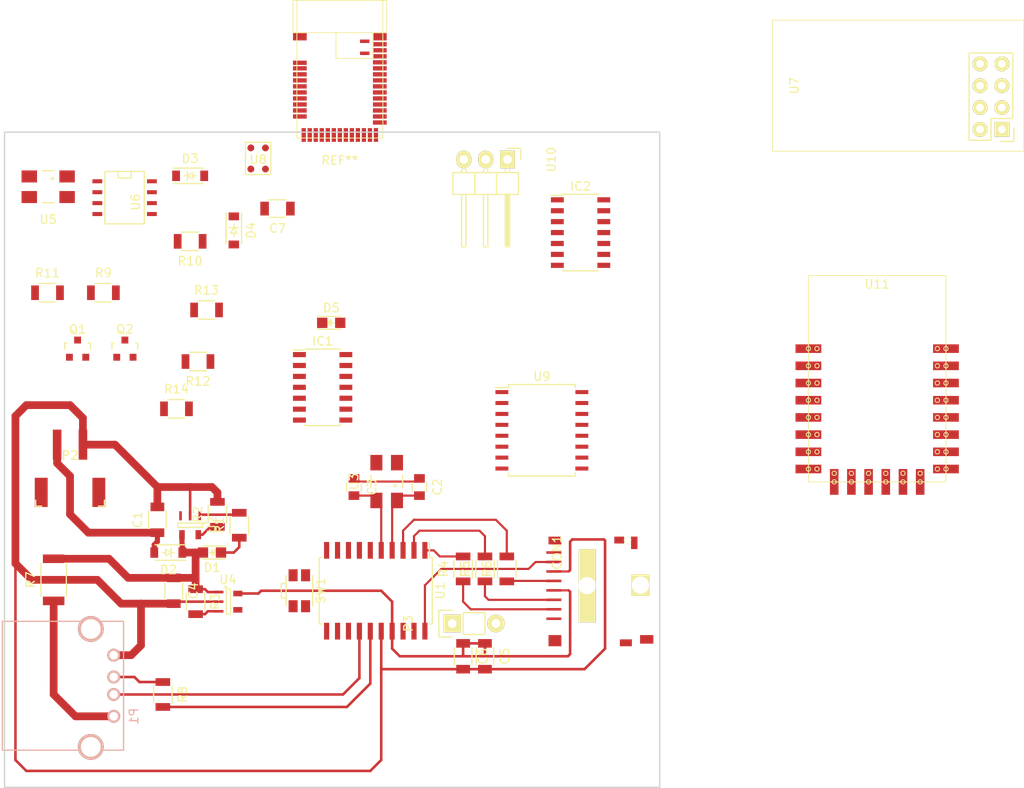
<source format=kicad_pcb>
(kicad_pcb (version 4) (host pcbnew 4.0.1-stable)

  (general
    (links 79)
    (no_connects 37)
    (area 62.174999 83.449999 139.8 160.095001)
    (thickness 1.6)
    (drawings 4)
    (tracks 150)
    (zones 0)
    (modules 47)
    (nets 36)
  )

  (page A)
  (title_block
    (title Jotter)
    (date 2016-10-17)
    (rev C)
    (company "Spatial Experience Group")
    (comment 1 "Matthew Swarts and Lisa Lim")
  )

  (layers
    (0 F.Cu signal)
    (31 B.Cu signal)
    (32 B.Adhes user)
    (33 F.Adhes user)
    (34 B.Paste user)
    (35 F.Paste user)
    (36 B.SilkS user)
    (37 F.SilkS user)
    (38 B.Mask user)
    (39 F.Mask user)
    (40 Dwgs.User user)
    (41 Cmts.User user)
    (42 Eco1.User user)
    (43 Eco2.User user)
    (44 Edge.Cuts user)
    (45 Margin user)
    (46 B.CrtYd user)
    (47 F.CrtYd user)
    (48 B.Fab user)
    (49 F.Fab user)
  )

  (setup
    (last_trace_width 0.3)
    (user_trace_width 0.25)
    (user_trace_width 0.6)
    (user_trace_width 0.9)
    (trace_clearance 0.8)
    (zone_clearance 0.508)
    (zone_45_only no)
    (trace_min 0.2)
    (segment_width 0.2)
    (edge_width 0.15)
    (via_size 0.6)
    (via_drill 0.4)
    (via_min_size 0.4)
    (via_min_drill 0.3)
    (uvia_size 0.3)
    (uvia_drill 0.1)
    (uvias_allowed no)
    (uvia_min_size 0.2)
    (uvia_min_drill 0.1)
    (pcb_text_width 0.3)
    (pcb_text_size 1.5 1.5)
    (mod_edge_width 0.15)
    (mod_text_size 1 1)
    (mod_text_width 0.15)
    (pad_size 1.524 1.524)
    (pad_drill 0.762)
    (pad_to_mask_clearance 0.2)
    (aux_axis_origin 0 0)
    (visible_elements 7FFFFFFF)
    (pcbplotparams
      (layerselection 0x00030_80000001)
      (usegerberextensions false)
      (excludeedgelayer true)
      (linewidth 0.100000)
      (plotframeref false)
      (viasonmask false)
      (mode 1)
      (useauxorigin false)
      (hpglpennumber 1)
      (hpglpenspeed 20)
      (hpglpendiameter 15)
      (hpglpenoverlay 2)
      (psnegative false)
      (psa4output false)
      (plotreference true)
      (plotvalue true)
      (plotinvisibletext false)
      (padsonsilk false)
      (subtractmaskfromsilk false)
      (outputformat 1)
      (mirror false)
      (drillshape 1)
      (scaleselection 1)
      (outputdirectory ""))
  )

  (net 0 "")
  (net 1 V_BAT)
  (net 2 GND)
  (net 3 XIN)
  (net 4 XOUT)
  (net 5 V_USB)
  (net 6 3V3)
  (net 7 SPI_SS)
  (net 8 SPI_MOSI)
  (net 9 SPI_SCK)
  (net 10 SPI_MISO)
  (net 11 "Net-(D1-Pad1)")
  (net 12 USB+)
  (net 13 USB-)
  (net 14 "Net-(R1-Pad2)")
  (net 15 "Net-(R2-Pad1)")
  (net 16 "Net-(R3-Pad2)")
  (net 17 RESET)
  (net 18 "Net-(P1-Pad5)")
  (net 19 PIN_15)
  (net 20 PIN_16)
  (net 21 I2C_SDA)
  (net 22 I2C_SCL)
  (net 23 "Net-(CON1-Pad5)")
  (net 24 "Net-(CON1-Pad3)")
  (net 25 "Net-(CON1-Pad2)")
  (net 26 "Net-(P1-Pad1)")
  (net 27 "Net-(P1-Pad3)")
  (net 28 "Net-(C7-Pad1)")
  (net 29 "Net-(D3-Pad1)")
  (net 30 Buzzer)
  (net 31 APA_DATA)
  (net 32 APA_CLK)
  (net 33 "Net-(U5-Pad1)")
  (net 34 "Net-(U5-Pad4)")
  (net 35 MEMS)

  (net_class Default "This is the default net class."
    (clearance 0.8)
    (trace_width 0.3)
    (via_dia 0.6)
    (via_drill 0.4)
    (uvia_dia 0.3)
    (uvia_drill 0.1)
    (add_net 3V3)
    (add_net APA_CLK)
    (add_net APA_DATA)
    (add_net Buzzer)
    (add_net GND)
    (add_net I2C_SCL)
    (add_net I2C_SDA)
    (add_net MEMS)
    (add_net "Net-(C7-Pad1)")
    (add_net "Net-(CON1-Pad2)")
    (add_net "Net-(CON1-Pad3)")
    (add_net "Net-(CON1-Pad5)")
    (add_net "Net-(D1-Pad1)")
    (add_net "Net-(D3-Pad1)")
    (add_net "Net-(P1-Pad1)")
    (add_net "Net-(P1-Pad3)")
    (add_net "Net-(P1-Pad5)")
    (add_net "Net-(R1-Pad2)")
    (add_net "Net-(R2-Pad1)")
    (add_net "Net-(R3-Pad2)")
    (add_net "Net-(U5-Pad1)")
    (add_net "Net-(U5-Pad4)")
    (add_net PIN_15)
    (add_net PIN_16)
    (add_net RESET)
    (add_net SPI_MISO)
    (add_net SPI_MOSI)
    (add_net SPI_SCK)
    (add_net SPI_SS)
    (add_net USB+)
    (add_net USB-)
    (add_net V_BAT)
    (add_net V_USB)
    (add_net XIN)
    (add_net XOUT)
  )

  (module Crystals:Crystal_SMD_0603_4Pads (layer F.Cu) (tedit 0) (tstamp 56779FE6)
    (at 107.95 124.46 90)
    (descr "Crystal, Quarz, SMD, 0603, 4 Pads,")
    (tags "Crystal, Quarz, SMD, 0603, 4 Pads,")
    (path /5677897C)
    (attr smd)
    (fp_text reference U3 (at 0 -3.81 90) (layer F.SilkS)
      (effects (font (size 1 1) (thickness 0.15)))
    )
    (fp_text value ABS25 (at 0 3.81 90) (layer F.Fab)
      (effects (font (size 1 1) (thickness 0.15)))
    )
    (fp_circle (center 0 0) (end 0.50038 0) (layer F.Adhes) (width 0.381))
    (fp_circle (center 0 0) (end 0.14986 0) (layer F.Adhes) (width 0.381))
    (fp_circle (center -0.50038 0.94996) (end -0.39878 1.04902) (layer F.SilkS) (width 0.15))
    (fp_line (start 0.70104 1.84912) (end -0.70104 1.84912) (layer F.SilkS) (width 0.15))
    (fp_line (start -0.70104 -1.84912) (end 0.70104 -1.84912) (layer F.SilkS) (width 0.15))
    (pad 1 smd rect (at -2.19964 1.19888 90) (size 1.80086 1.39954) (layers F.Cu F.Paste F.Mask)
      (net 3 XIN))
    (pad 2 smd rect (at 2.19964 1.19888 90) (size 1.80086 1.39954) (layers F.Cu F.Paste F.Mask))
    (pad 3 smd rect (at 2.19964 -1.19888 90) (size 1.80086 1.39954) (layers F.Cu F.Paste F.Mask))
    (pad 4 smd rect (at -2.19964 -1.19888 90) (size 1.80086 1.39954) (layers F.Cu F.Paste F.Mask)
      (net 4 XOUT))
  )

  (module Buttons_Switches_SMD:SW_SPST_EVQP7A (layer F.Cu) (tedit 55DB4810) (tstamp 56779FA4)
    (at 97.79 137.16 270)
    (descr "Light Touch Switch")
    (path /5677E9EE)
    (attr smd)
    (fp_text reference SW1 (at 0 -2.5 270) (layer F.SilkS)
      (effects (font (size 1 1) (thickness 0.15)))
    )
    (fp_text value SPST (at 0 0 270) (layer F.Fab)
      (effects (font (size 1 1) (thickness 0.15)))
    )
    (fp_line (start -1.1 2.35) (end -1.1 1.7) (layer F.CrtYd) (width 0.05))
    (fp_line (start -1.1 1.7) (end -2.75 1.7) (layer F.CrtYd) (width 0.05))
    (fp_line (start 2.75 1.7) (end 1.1 1.7) (layer F.CrtYd) (width 0.05))
    (fp_line (start 1.1 1.7) (end 1.1 2.35) (layer F.CrtYd) (width 0.05))
    (fp_line (start 0.85 1.55) (end 0.85 2.1) (layer F.SilkS) (width 0.15))
    (fp_line (start 0.85 2.1) (end -0.85 2.1) (layer F.SilkS) (width 0.15))
    (fp_line (start -0.85 2.1) (end -0.85 1.55) (layer F.SilkS) (width 0.15))
    (fp_line (start -1.75 -1.55) (end 1.75 -1.55) (layer F.SilkS) (width 0.15))
    (fp_line (start 1.75 1.55) (end -1.75 1.55) (layer F.SilkS) (width 0.15))
    (fp_line (start -2.75 -1.7) (end 2.75 -1.7) (layer F.CrtYd) (width 0.05))
    (fp_line (start 2.75 -1.7) (end 2.75 1.7) (layer F.CrtYd) (width 0.05))
    (fp_line (start 1.1 2.35) (end -1.1 2.35) (layer F.CrtYd) (width 0.05))
    (fp_line (start -2.75 1.7) (end -2.75 -1.7) (layer F.CrtYd) (width 0.05))
    (pad 1 smd rect (at 1.8 -0.725 270) (size 1.4 1.05) (layers F.Cu F.Paste F.Mask)
      (net 17 RESET))
    (pad 1 smd rect (at -1.8 -0.725 270) (size 1.4 1.05) (layers F.Cu F.Paste F.Mask)
      (net 17 RESET))
    (pad 2 smd rect (at 1.8 0.725 270) (size 1.4 1.05) (layers F.Cu F.Paste F.Mask)
      (net 2 GND))
    (pad 2 smd rect (at -1.8 0.725 270) (size 1.4 1.05) (layers F.Cu F.Paste F.Mask)
      (net 2 GND))
  )

  (module Diodes_SMD:SOD-123 (layer F.Cu) (tedit 5530FCB9) (tstamp 56779F4F)
    (at 82.55 132.715 180)
    (descr SOD-123)
    (tags SOD-123)
    (path /5677CCC3)
    (attr smd)
    (fp_text reference D2 (at 0 -2 180) (layer F.SilkS)
      (effects (font (size 1 1) (thickness 0.15)))
    )
    (fp_text value D_Schottky (at 0 2.1 180) (layer F.Fab)
      (effects (font (size 1 1) (thickness 0.15)))
    )
    (fp_line (start 0.3175 0) (end 0.6985 0) (layer F.SilkS) (width 0.15))
    (fp_line (start -0.6985 0) (end -0.3175 0) (layer F.SilkS) (width 0.15))
    (fp_line (start -0.3175 0) (end 0.3175 -0.381) (layer F.SilkS) (width 0.15))
    (fp_line (start 0.3175 -0.381) (end 0.3175 0.381) (layer F.SilkS) (width 0.15))
    (fp_line (start 0.3175 0.381) (end -0.3175 0) (layer F.SilkS) (width 0.15))
    (fp_line (start -0.3175 -0.508) (end -0.3175 0.508) (layer F.SilkS) (width 0.15))
    (fp_line (start -2.25 -1.05) (end 2.25 -1.05) (layer F.CrtYd) (width 0.05))
    (fp_line (start 2.25 -1.05) (end 2.25 1.05) (layer F.CrtYd) (width 0.05))
    (fp_line (start 2.25 1.05) (end -2.25 1.05) (layer F.CrtYd) (width 0.05))
    (fp_line (start -2.25 -1.05) (end -2.25 1.05) (layer F.CrtYd) (width 0.05))
    (fp_line (start -2 0.9) (end 1.54 0.9) (layer F.SilkS) (width 0.15))
    (fp_line (start -2 -0.9) (end 1.54 -0.9) (layer F.SilkS) (width 0.15))
    (pad 1 smd rect (at -1.635 0 180) (size 0.91 1.22) (layers F.Cu F.Paste F.Mask)
      (net 5 V_USB))
    (pad 2 smd rect (at 1.635 0 180) (size 0.91 1.22) (layers F.Cu F.Paste F.Mask)
      (net 1 V_BAT))
  )

  (module LEDs:LED-0805 (layer F.Cu) (tedit 55BDE1C2) (tstamp 56779F3D)
    (at 87.63 132.715 180)
    (descr "LED 0805 smd package")
    (tags "LED 0805 SMD")
    (path /5677A51E)
    (attr smd)
    (fp_text reference D1 (at 0 -1.75 180) (layer F.SilkS)
      (effects (font (size 1 1) (thickness 0.15)))
    )
    (fp_text value LED (at 0 1.75 180) (layer F.Fab)
      (effects (font (size 1 1) (thickness 0.15)))
    )
    (fp_line (start -1.6 0.75) (end 1.1 0.75) (layer F.SilkS) (width 0.15))
    (fp_line (start -1.6 -0.75) (end 1.1 -0.75) (layer F.SilkS) (width 0.15))
    (fp_line (start -0.1 0.15) (end -0.1 -0.1) (layer F.SilkS) (width 0.15))
    (fp_line (start -0.1 -0.1) (end -0.25 0.05) (layer F.SilkS) (width 0.15))
    (fp_line (start -0.35 -0.35) (end -0.35 0.35) (layer F.SilkS) (width 0.15))
    (fp_line (start 0 0) (end 0.35 0) (layer F.SilkS) (width 0.15))
    (fp_line (start -0.35 0) (end 0 -0.35) (layer F.SilkS) (width 0.15))
    (fp_line (start 0 -0.35) (end 0 0.35) (layer F.SilkS) (width 0.15))
    (fp_line (start 0 0.35) (end -0.35 0) (layer F.SilkS) (width 0.15))
    (fp_line (start 1.9 -0.95) (end 1.9 0.95) (layer F.CrtYd) (width 0.05))
    (fp_line (start 1.9 0.95) (end -1.9 0.95) (layer F.CrtYd) (width 0.05))
    (fp_line (start -1.9 0.95) (end -1.9 -0.95) (layer F.CrtYd) (width 0.05))
    (fp_line (start -1.9 -0.95) (end 1.9 -0.95) (layer F.CrtYd) (width 0.05))
    (pad 2 smd rect (at 1.04902 0) (size 1.19888 1.19888) (layers F.Cu F.Paste F.Mask)
      (net 5 V_USB))
    (pad 1 smd rect (at -1.04902 0) (size 1.19888 1.19888) (layers F.Cu F.Paste F.Mask)
      (net 11 "Net-(D1-Pad1)"))
    (model LEDs.3dshapes/LED-0805.wrl
      (at (xyz 0 0 0))
      (scale (xyz 1 1 1))
      (rotate (xyz 0 0 0))
    )
  )

  (module Capacitors_SMD:C_0805 (layer F.Cu) (tedit 5415D6EA) (tstamp 56779EE3)
    (at 104.14 125.095 270)
    (descr "Capacitor SMD 0805, reflow soldering, AVX (see smccp.pdf)")
    (tags "capacitor 0805")
    (path /56778A60)
    (attr smd)
    (fp_text reference C3 (at 0 -2.1 270) (layer F.SilkS)
      (effects (font (size 1 1) (thickness 0.15)))
    )
    (fp_text value C (at 0 2.1 270) (layer F.Fab)
      (effects (font (size 1 1) (thickness 0.15)))
    )
    (fp_line (start -1.8 -1) (end 1.8 -1) (layer F.CrtYd) (width 0.05))
    (fp_line (start -1.8 1) (end 1.8 1) (layer F.CrtYd) (width 0.05))
    (fp_line (start -1.8 -1) (end -1.8 1) (layer F.CrtYd) (width 0.05))
    (fp_line (start 1.8 -1) (end 1.8 1) (layer F.CrtYd) (width 0.05))
    (fp_line (start 0.5 -0.85) (end -0.5 -0.85) (layer F.SilkS) (width 0.15))
    (fp_line (start -0.5 0.85) (end 0.5 0.85) (layer F.SilkS) (width 0.15))
    (pad 1 smd rect (at -1 0 270) (size 1 1.25) (layers F.Cu F.Paste F.Mask)
      (net 2 GND))
    (pad 2 smd rect (at 1 0 270) (size 1 1.25) (layers F.Cu F.Paste F.Mask)
      (net 4 XOUT))
    (model Capacitors_SMD.3dshapes/C_0805.wrl
      (at (xyz 0 0 0))
      (scale (xyz 1 1 1))
      (rotate (xyz 0 0 0))
    )
  )

  (module Capacitors_SMD:C_0805 (layer F.Cu) (tedit 5415D6EA) (tstamp 56779ED7)
    (at 111.76 125.095 270)
    (descr "Capacitor SMD 0805, reflow soldering, AVX (see smccp.pdf)")
    (tags "capacitor 0805")
    (path /56778A25)
    (attr smd)
    (fp_text reference C2 (at 0 -2.1 270) (layer F.SilkS)
      (effects (font (size 1 1) (thickness 0.15)))
    )
    (fp_text value C (at 0 2.1 270) (layer F.Fab)
      (effects (font (size 1 1) (thickness 0.15)))
    )
    (fp_line (start -1.8 -1) (end 1.8 -1) (layer F.CrtYd) (width 0.05))
    (fp_line (start -1.8 1) (end 1.8 1) (layer F.CrtYd) (width 0.05))
    (fp_line (start -1.8 -1) (end -1.8 1) (layer F.CrtYd) (width 0.05))
    (fp_line (start 1.8 -1) (end 1.8 1) (layer F.CrtYd) (width 0.05))
    (fp_line (start 0.5 -0.85) (end -0.5 -0.85) (layer F.SilkS) (width 0.15))
    (fp_line (start -0.5 0.85) (end 0.5 0.85) (layer F.SilkS) (width 0.15))
    (pad 1 smd rect (at -1 0 270) (size 1 1.25) (layers F.Cu F.Paste F.Mask)
      (net 2 GND))
    (pad 2 smd rect (at 1 0 270) (size 1 1.25) (layers F.Cu F.Paste F.Mask)
      (net 3 XIN))
    (model Capacitors_SMD.3dshapes/C_0805.wrl
      (at (xyz 0 0 0))
      (scale (xyz 1 1 1))
      (rotate (xyz 0 0 0))
    )
  )

  (module Capacitors_SMD:C_1206 (layer F.Cu) (tedit 5415D7BD) (tstamp 56AD7817)
    (at 81.28 128.905 90)
    (descr "Capacitor SMD 1206, reflow soldering, AVX (see smccp.pdf)")
    (tags "capacitor 1206")
    (path /5677A6E0)
    (attr smd)
    (fp_text reference C1 (at 0 -2.3 90) (layer F.SilkS)
      (effects (font (size 1 1) (thickness 0.15)))
    )
    (fp_text value 10uF (at 0 2.3 90) (layer F.Fab)
      (effects (font (size 1 1) (thickness 0.15)))
    )
    (fp_line (start -2.3 -1.15) (end 2.3 -1.15) (layer F.CrtYd) (width 0.05))
    (fp_line (start -2.3 1.15) (end 2.3 1.15) (layer F.CrtYd) (width 0.05))
    (fp_line (start -2.3 -1.15) (end -2.3 1.15) (layer F.CrtYd) (width 0.05))
    (fp_line (start 2.3 -1.15) (end 2.3 1.15) (layer F.CrtYd) (width 0.05))
    (fp_line (start 1 -1.025) (end -1 -1.025) (layer F.SilkS) (width 0.15))
    (fp_line (start -1 1.025) (end 1 1.025) (layer F.SilkS) (width 0.15))
    (pad 1 smd rect (at -1.5 0 90) (size 1 1.6) (layers F.Cu F.Paste F.Mask)
      (net 1 V_BAT))
    (pad 2 smd rect (at 1.5 0 90) (size 1 1.6) (layers F.Cu F.Paste F.Mask)
      (net 2 GND))
    (model Capacitors_SMD.3dshapes/C_1206.wrl
      (at (xyz 0 0 0))
      (scale (xyz 1 1 1))
      (rotate (xyz 0 0 0))
    )
  )

  (module Capacitors_SMD:C_1206 (layer F.Cu) (tedit 5415D7BD) (tstamp 56AD781C)
    (at 83.185 137.16 270)
    (descr "Capacitor SMD 1206, reflow soldering, AVX (see smccp.pdf)")
    (tags "capacitor 1206")
    (path /5677CCF6)
    (attr smd)
    (fp_text reference C4 (at 0 -2.3 270) (layer F.SilkS)
      (effects (font (size 1 1) (thickness 0.15)))
    )
    (fp_text value 10uF (at 0 2.3 270) (layer F.Fab)
      (effects (font (size 1 1) (thickness 0.15)))
    )
    (fp_line (start -2.3 -1.15) (end 2.3 -1.15) (layer F.CrtYd) (width 0.05))
    (fp_line (start -2.3 1.15) (end 2.3 1.15) (layer F.CrtYd) (width 0.05))
    (fp_line (start -2.3 -1.15) (end -2.3 1.15) (layer F.CrtYd) (width 0.05))
    (fp_line (start 2.3 -1.15) (end 2.3 1.15) (layer F.CrtYd) (width 0.05))
    (fp_line (start 1 -1.025) (end -1 -1.025) (layer F.SilkS) (width 0.15))
    (fp_line (start -1 1.025) (end 1 1.025) (layer F.SilkS) (width 0.15))
    (pad 1 smd rect (at -1.5 0 270) (size 1 1.6) (layers F.Cu F.Paste F.Mask)
      (net 5 V_USB))
    (pad 2 smd rect (at 1.5 0 270) (size 1 1.6) (layers F.Cu F.Paste F.Mask)
      (net 2 GND))
    (model Capacitors_SMD.3dshapes/C_1206.wrl
      (at (xyz 0 0 0))
      (scale (xyz 1 1 1))
      (rotate (xyz 0 0 0))
    )
  )

  (module Capacitors_SMD:C_1206 (layer F.Cu) (tedit 5415D7BD) (tstamp 56AD7821)
    (at 119.38 144.78 270)
    (descr "Capacitor SMD 1206, reflow soldering, AVX (see smccp.pdf)")
    (tags "capacitor 1206")
    (path /5677CD2F)
    (attr smd)
    (fp_text reference C5 (at 0 -2.3 270) (layer F.SilkS)
      (effects (font (size 1 1) (thickness 0.15)))
    )
    (fp_text value 10uF (at 0 2.3 270) (layer F.Fab)
      (effects (font (size 1 1) (thickness 0.15)))
    )
    (fp_line (start -2.3 -1.15) (end 2.3 -1.15) (layer F.CrtYd) (width 0.05))
    (fp_line (start -2.3 1.15) (end 2.3 1.15) (layer F.CrtYd) (width 0.05))
    (fp_line (start -2.3 -1.15) (end -2.3 1.15) (layer F.CrtYd) (width 0.05))
    (fp_line (start 2.3 -1.15) (end 2.3 1.15) (layer F.CrtYd) (width 0.05))
    (fp_line (start 1 -1.025) (end -1 -1.025) (layer F.SilkS) (width 0.15))
    (fp_line (start -1 1.025) (end 1 1.025) (layer F.SilkS) (width 0.15))
    (pad 1 smd rect (at -1.5 0 270) (size 1 1.6) (layers F.Cu F.Paste F.Mask)
      (net 6 3V3))
    (pad 2 smd rect (at 1.5 0 270) (size 1 1.6) (layers F.Cu F.Paste F.Mask)
      (net 2 GND))
    (model Capacitors_SMD.3dshapes/C_1206.wrl
      (at (xyz 0 0 0))
      (scale (xyz 1 1 1))
      (rotate (xyz 0 0 0))
    )
  )

  (module Capacitors_SMD:C_1206 (layer F.Cu) (tedit 5415D7BD) (tstamp 56AD7826)
    (at 116.84 144.78 270)
    (descr "Capacitor SMD 1206, reflow soldering, AVX (see smccp.pdf)")
    (tags "capacitor 1206")
    (path /5677CD62)
    (attr smd)
    (fp_text reference C6 (at 0 -2.3 270) (layer F.SilkS)
      (effects (font (size 1 1) (thickness 0.15)))
    )
    (fp_text value 1uF (at 0 2.3 270) (layer F.Fab)
      (effects (font (size 1 1) (thickness 0.15)))
    )
    (fp_line (start -2.3 -1.15) (end 2.3 -1.15) (layer F.CrtYd) (width 0.05))
    (fp_line (start -2.3 1.15) (end 2.3 1.15) (layer F.CrtYd) (width 0.05))
    (fp_line (start -2.3 -1.15) (end -2.3 1.15) (layer F.CrtYd) (width 0.05))
    (fp_line (start 2.3 -1.15) (end 2.3 1.15) (layer F.CrtYd) (width 0.05))
    (fp_line (start 1 -1.025) (end -1 -1.025) (layer F.SilkS) (width 0.15))
    (fp_line (start -1 1.025) (end 1 1.025) (layer F.SilkS) (width 0.15))
    (pad 1 smd rect (at -1.5 0 270) (size 1 1.6) (layers F.Cu F.Paste F.Mask)
      (net 6 3V3))
    (pad 2 smd rect (at 1.5 0 270) (size 1 1.6) (layers F.Cu F.Paste F.Mask)
      (net 2 GND))
    (model Capacitors_SMD.3dshapes/C_1206.wrl
      (at (xyz 0 0 0))
      (scale (xyz 1 1 1))
      (rotate (xyz 0 0 0))
    )
  )

  (module Connect:USB_A (layer B.Cu) (tedit 5543E289) (tstamp 56AD783D)
    (at 76.2 151.765 90)
    (descr "USB A connector")
    (tags "USB USB_A")
    (path /56779546)
    (fp_text reference P1 (at 0 2.35 90) (layer B.SilkS)
      (effects (font (size 1 1) (thickness 0.15)) (justify mirror))
    )
    (fp_text value USB_A (at 3.83794 -7.43458 90) (layer B.Fab)
      (effects (font (size 1 1) (thickness 0.15)) (justify mirror))
    )
    (fp_line (start -5.3 -13.2) (end -5.3 1.4) (layer B.CrtYd) (width 0.05))
    (fp_line (start 11.95 1.4) (end 11.95 -13.2) (layer B.CrtYd) (width 0.05))
    (fp_line (start -5.3 -13.2) (end 11.95 -13.2) (layer B.CrtYd) (width 0.05))
    (fp_line (start -5.3 1.4) (end 11.95 1.4) (layer B.CrtYd) (width 0.05))
    (fp_line (start 11.04986 1.14512) (end 11.04986 -12.95188) (layer B.SilkS) (width 0.15))
    (fp_line (start -3.93614 -12.95188) (end -3.93614 1.14512) (layer B.SilkS) (width 0.15))
    (fp_line (start 11.04986 1.14512) (end -3.93614 1.14512) (layer B.SilkS) (width 0.15))
    (fp_line (start 11.04986 -12.95188) (end -3.93614 -12.95188) (layer B.SilkS) (width 0.15))
    (pad 4 thru_hole circle (at 7.11286 0.00212 180) (size 1.50114 1.50114) (drill 1.00076) (layers *.Cu *.Mask B.SilkS)
      (net 2 GND))
    (pad 3 thru_hole circle (at 4.57286 0.00212 180) (size 1.50114 1.50114) (drill 1.00076) (layers *.Cu *.Mask B.SilkS)
      (net 27 "Net-(P1-Pad3)"))
    (pad 2 thru_hole circle (at 2.54086 0.00212 180) (size 1.50114 1.50114) (drill 1.00076) (layers *.Cu *.Mask B.SilkS)
      (net 13 USB-))
    (pad 1 thru_hole circle (at 0.00086 0.00212 180) (size 1.50114 1.50114) (drill 1.00076) (layers *.Cu *.Mask B.SilkS)
      (net 26 "Net-(P1-Pad1)"))
    (pad 5 thru_hole circle (at 10.16086 -2.66488 180) (size 2.99974 2.99974) (drill 2.30124) (layers *.Cu *.Mask B.SilkS)
      (net 18 "Net-(P1-Pad5)"))
    (pad 5 thru_hole circle (at -3.55514 -2.66488 180) (size 2.99974 2.99974) (drill 2.30124) (layers *.Cu *.Mask B.SilkS)
      (net 18 "Net-(P1-Pad5)"))
    (model Connect.3dshapes/USB_A.wrl
      (at (xyz 0.14 0 0))
      (scale (xyz 1 1 1))
      (rotate (xyz 0 0 90))
    )
  )

  (module Resistors_SMD:R_1206 (layer F.Cu) (tedit 5415CFA7) (tstamp 56AD784B)
    (at 90.805 129.54 90)
    (descr "Resistor SMD 1206, reflow soldering, Vishay (see dcrcw.pdf)")
    (tags "resistor 1206")
    (path /5677A5FB)
    (attr smd)
    (fp_text reference R1 (at 0 -2.3 90) (layer F.SilkS)
      (effects (font (size 1 1) (thickness 0.15)))
    )
    (fp_text value 1K (at 0 2.3 90) (layer F.Fab)
      (effects (font (size 1 1) (thickness 0.15)))
    )
    (fp_line (start -2.2 -1.2) (end 2.2 -1.2) (layer F.CrtYd) (width 0.05))
    (fp_line (start -2.2 1.2) (end 2.2 1.2) (layer F.CrtYd) (width 0.05))
    (fp_line (start -2.2 -1.2) (end -2.2 1.2) (layer F.CrtYd) (width 0.05))
    (fp_line (start 2.2 -1.2) (end 2.2 1.2) (layer F.CrtYd) (width 0.05))
    (fp_line (start 1 1.075) (end -1 1.075) (layer F.SilkS) (width 0.15))
    (fp_line (start -1 -1.075) (end 1 -1.075) (layer F.SilkS) (width 0.15))
    (pad 1 smd rect (at -1.45 0 90) (size 0.9 1.7) (layers F.Cu F.Paste F.Mask)
      (net 11 "Net-(D1-Pad1)"))
    (pad 2 smd rect (at 1.45 0 90) (size 0.9 1.7) (layers F.Cu F.Paste F.Mask)
      (net 14 "Net-(R1-Pad2)"))
    (model Resistors_SMD.3dshapes/R_1206.wrl
      (at (xyz 0 0 0))
      (scale (xyz 1 1 1))
      (rotate (xyz 0 0 0))
    )
  )

  (module Resistors_SMD:R_1206 (layer F.Cu) (tedit 5415CFA7) (tstamp 56AD7850)
    (at 88.265 128.27 90)
    (descr "Resistor SMD 1206, reflow soldering, Vishay (see dcrcw.pdf)")
    (tags "resistor 1206")
    (path /5677A671)
    (attr smd)
    (fp_text reference R2 (at 0 -2.3 90) (layer F.SilkS)
      (effects (font (size 1 1) (thickness 0.15)))
    )
    (fp_text value 10K (at 0 2.3 90) (layer F.Fab)
      (effects (font (size 1 1) (thickness 0.15)))
    )
    (fp_line (start -2.2 -1.2) (end 2.2 -1.2) (layer F.CrtYd) (width 0.05))
    (fp_line (start -2.2 1.2) (end 2.2 1.2) (layer F.CrtYd) (width 0.05))
    (fp_line (start -2.2 -1.2) (end -2.2 1.2) (layer F.CrtYd) (width 0.05))
    (fp_line (start 2.2 -1.2) (end 2.2 1.2) (layer F.CrtYd) (width 0.05))
    (fp_line (start 1 1.075) (end -1 1.075) (layer F.SilkS) (width 0.15))
    (fp_line (start -1 -1.075) (end 1 -1.075) (layer F.SilkS) (width 0.15))
    (pad 1 smd rect (at -1.45 0 90) (size 0.9 1.7) (layers F.Cu F.Paste F.Mask)
      (net 15 "Net-(R2-Pad1)"))
    (pad 2 smd rect (at 1.45 0 90) (size 0.9 1.7) (layers F.Cu F.Paste F.Mask)
      (net 2 GND))
    (model Resistors_SMD.3dshapes/R_1206.wrl
      (at (xyz 0 0 0))
      (scale (xyz 1 1 1))
      (rotate (xyz 0 0 0))
    )
  )

  (module Resistors_SMD:R_1206 (layer F.Cu) (tedit 5415CFA7) (tstamp 56AD7855)
    (at 85.725 138.43 270)
    (descr "Resistor SMD 1206, reflow soldering, Vishay (see dcrcw.pdf)")
    (tags "resistor 1206")
    (path /5677CD97)
    (attr smd)
    (fp_text reference R3 (at 0 -2.3 270) (layer F.SilkS)
      (effects (font (size 1 1) (thickness 0.15)))
    )
    (fp_text value 100K (at 0 2.3 270) (layer F.Fab)
      (effects (font (size 1 1) (thickness 0.15)))
    )
    (fp_line (start -2.2 -1.2) (end 2.2 -1.2) (layer F.CrtYd) (width 0.05))
    (fp_line (start -2.2 1.2) (end 2.2 1.2) (layer F.CrtYd) (width 0.05))
    (fp_line (start -2.2 -1.2) (end -2.2 1.2) (layer F.CrtYd) (width 0.05))
    (fp_line (start 2.2 -1.2) (end 2.2 1.2) (layer F.CrtYd) (width 0.05))
    (fp_line (start 1 1.075) (end -1 1.075) (layer F.SilkS) (width 0.15))
    (fp_line (start -1 -1.075) (end 1 -1.075) (layer F.SilkS) (width 0.15))
    (pad 1 smd rect (at -1.45 0 270) (size 0.9 1.7) (layers F.Cu F.Paste F.Mask)
      (net 5 V_USB))
    (pad 2 smd rect (at 1.45 0 270) (size 0.9 1.7) (layers F.Cu F.Paste F.Mask)
      (net 16 "Net-(R3-Pad2)"))
    (model Resistors_SMD.3dshapes/R_1206.wrl
      (at (xyz 0 0 0))
      (scale (xyz 1 1 1))
      (rotate (xyz 0 0 0))
    )
  )

  (module MyKiCadParts:DM3D-SF-80 (layer F.Cu) (tedit 5678463F) (tstamp 56AD7955)
    (at 128.27 132.715 270)
    (descr http://media.digikey.com/PDF/Data%20Sheets/Hirose%20PDFs/DM3D-SF.pdf)
    (tags "microSD, SD")
    (path /5677FF4C)
    (fp_text reference CON1 (at 0 0.5 270) (layer F.SilkS)
      (effects (font (size 1 1) (thickness 0.15)))
    )
    (fp_text value SD_Card (at 0 -0.5 270) (layer F.Fab)
      (effects (font (size 1 1) (thickness 0.15)))
    )
    (fp_circle (center -1.45 -7.7) (end -1.05 -7.7) (layer F.SilkS) (width 0.05))
    (pad "" np_thru_hole rect (at 3.85 -3 270) (size 8.5 2) (drill 2) (layers *.Cu *.Mask F.SilkS))
    (pad "" np_thru_hole rect (at 3.8 -9.2 270) (size 2.5 2) (drill 2) (layers *.Cu *.Mask F.SilkS))
    (pad "" smd rect (at 10.1 -9.925 270) (size 1 1.55) (layers F.Cu F.Paste F.Mask))
    (pad "" smd rect (at -1.125 -8.475 270) (size 1.45 0.75) (layers F.Cu F.Paste F.Mask))
    (pad "" smd rect (at -1.45 -6.725 270) (size 0.8 1.15) (layers F.Cu F.Paste F.Mask))
    (pad "" smd rect (at 10.5 -7.5 270) (size 0.8 1.4) (layers F.Cu F.Paste F.Mask))
    (pad "" smd rect (at 10.25 0.75 270) (size 1.3 1.5) (layers F.Cu F.Paste F.Mask))
    (pad "" smd rect (at -1.4 0.75 270) (size 0.9 1.5) (layers F.Cu F.Paste F.Mask))
    (pad 8 smd rect (at 0 0.875 270) (size 0.3 1.75) (layers F.Cu F.Paste F.Mask))
    (pad 7 smd rect (at 1.1 0.875 270) (size 0.3 1.75) (layers F.Cu F.Paste F.Mask)
      (net 10 SPI_MISO))
    (pad 6 smd rect (at 2.2 0.875 270) (size 0.3 1.75) (layers F.Cu F.Paste F.Mask)
      (net 2 GND))
    (pad 5 smd rect (at 3.3 0.875 270) (size 0.3 1.75) (layers F.Cu F.Paste F.Mask)
      (net 23 "Net-(CON1-Pad5)"))
    (pad 4 smd rect (at 4.4 0.875 270) (size 0.3 1.75) (layers F.Cu F.Paste F.Mask)
      (net 6 3V3))
    (pad 3 smd rect (at 5.5 0.875 270) (size 0.3 1.75) (layers F.Cu F.Paste F.Mask)
      (net 24 "Net-(CON1-Pad3)"))
    (pad 2 smd rect (at 6.6 0.875 270) (size 0.3 1.75) (layers F.Cu F.Paste F.Mask)
      (net 25 "Net-(CON1-Pad2)"))
    (pad 1 smd rect (at 7.7 0.875 270) (size 0.3 1.75) (layers F.Cu F.Paste F.Mask))
  )

  (module MyKiCadParts:JST-S2B-PH-SM4 (layer F.Cu) (tedit 5677B07C) (tstamp 56AD7968)
    (at 71.12 121.92 180)
    (path /5677BFD6)
    (fp_text reference P2 (at 0 0.5 180) (layer F.SilkS)
      (effects (font (size 1 1) (thickness 0.15)))
    )
    (fp_text value CONN_01X02 (at 0 -0.5 180) (layer F.Fab)
      (effects (font (size 1 1) (thickness 0.15)))
    )
    (fp_line (start 4 -4.7) (end 4 -5.4) (layer F.SilkS) (width 0.15))
    (fp_line (start 4 -5.4) (end 3.3 -5.4) (layer F.SilkS) (width 0.15))
    (fp_line (start -4 -4.7) (end -4 -5.4) (layer F.SilkS) (width 0.15))
    (fp_line (start -4 -5.4) (end -3.3 -5.4) (layer F.SilkS) (width 0.15))
    (pad 2 smd rect (at 1.5 1.75 180) (size 1 3.5) (layers F.Cu F.Paste F.Mask)
      (net 1 V_BAT))
    (pad "" smd rect (at 3.35 -3.8 180) (size 1.5 3.4) (layers F.Cu F.Paste F.Mask))
    (pad "" smd rect (at -3.35 -3.8 180) (size 1.5 3.4) (layers F.Cu F.Paste F.Mask))
    (pad 1 smd rect (at -1.5 1.75 180) (size 1 3.5) (layers F.Cu F.Paste F.Mask)
      (net 2 GND))
  )

  (module MyKiCadParts:SOT-23-5-80 (layer F.Cu) (tedit 568AED9F) (tstamp 56779FD9)
    (at 85.09 129.54 270)
    (descr "5-pin SOT23 package")
    (tags SOT-23-5L)
    (path /5677A0B7)
    (attr smd)
    (fp_text reference U2 (at -0.05 -2.55 270) (layer F.SilkS)
      (effects (font (size 1 1) (thickness 0.15)))
    )
    (fp_text value MCP73831 (at -0.05 2.35 270) (layer F.Fab)
      (effects (font (size 1 1) (thickness 0.15)))
    )
    (fp_line (start -1.8 -1.6) (end 1.8 -1.6) (layer F.CrtYd) (width 0.05))
    (fp_line (start 1.8 -1.6) (end 1.8 1.6) (layer F.CrtYd) (width 0.05))
    (fp_line (start 1.8 1.6) (end -1.8 1.6) (layer F.CrtYd) (width 0.05))
    (fp_line (start -1.8 1.6) (end -1.8 -1.6) (layer F.CrtYd) (width 0.05))
    (fp_circle (center -0.3 -1.7) (end -0.2 -1.7) (layer F.SilkS) (width 0.15))
    (fp_line (start 0.25 -1.45) (end -0.25 -1.45) (layer F.SilkS) (width 0.15))
    (fp_line (start 0.25 1.45) (end 0.25 -1.45) (layer F.SilkS) (width 0.15))
    (fp_line (start -0.25 1.45) (end 0.25 1.45) (layer F.SilkS) (width 0.15))
    (fp_line (start -0.25 -1.45) (end -0.25 1.45) (layer F.SilkS) (width 0.15))
    (pad 1 smd rect (at -1.1 -1.12 270) (size 1.06 0.31) (layers F.Cu F.Paste F.Mask)
      (net 14 "Net-(R1-Pad2)"))
    (pad 2 smd rect (at -1.1 0 270) (size 1.06 0.31) (layers F.Cu F.Paste F.Mask)
      (net 2 GND))
    (pad 3 smd rect (at -1.1 1.12 270) (size 1.06 0.31) (layers F.Cu F.Paste F.Mask))
    (pad 4 smd rect (at 1.1 0.95 270) (size 1.06 0.65) (layers F.Cu F.Paste F.Mask)
      (net 5 V_USB))
    (pad 5 smd rect (at 1.1 -0.95 270) (size 1.06 0.65) (layers F.Cu F.Paste F.Mask)
      (net 15 "Net-(R2-Pad1)"))
    (model TO_SOT_Packages_SMD.3dshapes/SOT-23-5.wrl
      (at (xyz 0 0 0))
      (scale (xyz 1 1 1))
      (rotate (xyz 0 0 0))
    )
  )

  (module Resistors_SMD:R_1206 (layer F.Cu) (tedit 5415CFA7) (tstamp 56AD874B)
    (at 116.84 134.62 90)
    (descr "Resistor SMD 1206, reflow soldering, Vishay (see dcrcw.pdf)")
    (tags "resistor 1206")
    (path /56AD8F9A)
    (attr smd)
    (fp_text reference R4 (at 0 -2.3 90) (layer F.SilkS)
      (effects (font (size 1 1) (thickness 0.15)))
    )
    (fp_text value 0 (at 0 2.3 90) (layer F.Fab)
      (effects (font (size 1 1) (thickness 0.15)))
    )
    (fp_line (start -2.2 -1.2) (end 2.2 -1.2) (layer F.CrtYd) (width 0.05))
    (fp_line (start -2.2 1.2) (end 2.2 1.2) (layer F.CrtYd) (width 0.05))
    (fp_line (start -2.2 -1.2) (end -2.2 1.2) (layer F.CrtYd) (width 0.05))
    (fp_line (start 2.2 -1.2) (end 2.2 1.2) (layer F.CrtYd) (width 0.05))
    (fp_line (start 1 1.075) (end -1 1.075) (layer F.SilkS) (width 0.15))
    (fp_line (start -1 -1.075) (end 1 -1.075) (layer F.SilkS) (width 0.15))
    (pad 1 smd rect (at -1.45 0 90) (size 0.9 1.7) (layers F.Cu F.Paste F.Mask)
      (net 25 "Net-(CON1-Pad2)"))
    (pad 2 smd rect (at 1.45 0 90) (size 0.9 1.7) (layers F.Cu F.Paste F.Mask)
      (net 7 SPI_SS))
    (model Resistors_SMD.3dshapes/R_1206.wrl
      (at (xyz 0 0 0))
      (scale (xyz 1 1 1))
      (rotate (xyz 0 0 0))
    )
  )

  (module Resistors_SMD:R_1206 (layer F.Cu) (tedit 5415CFA7) (tstamp 56AD8751)
    (at 119.38 134.62 90)
    (descr "Resistor SMD 1206, reflow soldering, Vishay (see dcrcw.pdf)")
    (tags "resistor 1206")
    (path /56AD8CB0)
    (attr smd)
    (fp_text reference R5 (at 0 -2.3 90) (layer F.SilkS)
      (effects (font (size 1 1) (thickness 0.15)))
    )
    (fp_text value 0 (at 0 2.3 90) (layer F.Fab)
      (effects (font (size 1 1) (thickness 0.15)))
    )
    (fp_line (start -2.2 -1.2) (end 2.2 -1.2) (layer F.CrtYd) (width 0.05))
    (fp_line (start -2.2 1.2) (end 2.2 1.2) (layer F.CrtYd) (width 0.05))
    (fp_line (start -2.2 -1.2) (end -2.2 1.2) (layer F.CrtYd) (width 0.05))
    (fp_line (start 2.2 -1.2) (end 2.2 1.2) (layer F.CrtYd) (width 0.05))
    (fp_line (start 1 1.075) (end -1 1.075) (layer F.SilkS) (width 0.15))
    (fp_line (start -1 -1.075) (end 1 -1.075) (layer F.SilkS) (width 0.15))
    (pad 1 smd rect (at -1.45 0 90) (size 0.9 1.7) (layers F.Cu F.Paste F.Mask)
      (net 24 "Net-(CON1-Pad3)"))
    (pad 2 smd rect (at 1.45 0 90) (size 0.9 1.7) (layers F.Cu F.Paste F.Mask)
      (net 8 SPI_MOSI))
    (model Resistors_SMD.3dshapes/R_1206.wrl
      (at (xyz 0 0 0))
      (scale (xyz 1 1 1))
      (rotate (xyz 0 0 0))
    )
  )

  (module Resistors_SMD:R_1206 (layer F.Cu) (tedit 5415CFA7) (tstamp 56AD8757)
    (at 121.92 134.62 90)
    (descr "Resistor SMD 1206, reflow soldering, Vishay (see dcrcw.pdf)")
    (tags "resistor 1206")
    (path /56AD8F25)
    (attr smd)
    (fp_text reference R6 (at 0 -2.3 90) (layer F.SilkS)
      (effects (font (size 1 1) (thickness 0.15)))
    )
    (fp_text value 0 (at 0 2.3 90) (layer F.Fab)
      (effects (font (size 1 1) (thickness 0.15)))
    )
    (fp_line (start -2.2 -1.2) (end 2.2 -1.2) (layer F.CrtYd) (width 0.05))
    (fp_line (start -2.2 1.2) (end 2.2 1.2) (layer F.CrtYd) (width 0.05))
    (fp_line (start -2.2 -1.2) (end -2.2 1.2) (layer F.CrtYd) (width 0.05))
    (fp_line (start 2.2 -1.2) (end 2.2 1.2) (layer F.CrtYd) (width 0.05))
    (fp_line (start 1 1.075) (end -1 1.075) (layer F.SilkS) (width 0.15))
    (fp_line (start -1 -1.075) (end 1 -1.075) (layer F.SilkS) (width 0.15))
    (pad 1 smd rect (at -1.45 0 90) (size 0.9 1.7) (layers F.Cu F.Paste F.Mask)
      (net 23 "Net-(CON1-Pad5)"))
    (pad 2 smd rect (at 1.45 0 90) (size 0.9 1.7) (layers F.Cu F.Paste F.Mask)
      (net 9 SPI_SCK))
    (model Resistors_SMD.3dshapes/R_1206.wrl
      (at (xyz 0 0 0))
      (scale (xyz 1 1 1))
      (rotate (xyz 0 0 0))
    )
  )

  (module MyKiCadParts:SOT-23-5-80 (layer F.Cu) (tedit 568AED9F) (tstamp 56779FF8)
    (at 89.535 138.43)
    (descr "5-pin SOT23 package")
    (tags SOT-23-5L)
    (path /56C409DB)
    (attr smd)
    (fp_text reference U4 (at -0.05 -2.55) (layer F.SilkS)
      (effects (font (size 1 1) (thickness 0.15)))
    )
    (fp_text value SPX3819 (at -0.05 2.35) (layer F.Fab)
      (effects (font (size 1 1) (thickness 0.15)))
    )
    (fp_line (start -1.8 -1.6) (end 1.8 -1.6) (layer F.CrtYd) (width 0.05))
    (fp_line (start 1.8 -1.6) (end 1.8 1.6) (layer F.CrtYd) (width 0.05))
    (fp_line (start 1.8 1.6) (end -1.8 1.6) (layer F.CrtYd) (width 0.05))
    (fp_line (start -1.8 1.6) (end -1.8 -1.6) (layer F.CrtYd) (width 0.05))
    (fp_circle (center -0.3 -1.7) (end -0.2 -1.7) (layer F.SilkS) (width 0.15))
    (fp_line (start 0.25 -1.45) (end -0.25 -1.45) (layer F.SilkS) (width 0.15))
    (fp_line (start 0.25 1.45) (end 0.25 -1.45) (layer F.SilkS) (width 0.15))
    (fp_line (start -0.25 1.45) (end 0.25 1.45) (layer F.SilkS) (width 0.15))
    (fp_line (start -0.25 -1.45) (end -0.25 1.45) (layer F.SilkS) (width 0.15))
    (pad 1 smd rect (at -1.1 -1.12) (size 1.06 0.31) (layers F.Cu F.Paste F.Mask)
      (net 5 V_USB))
    (pad 2 smd rect (at -1.1 0) (size 1.06 0.31) (layers F.Cu F.Paste F.Mask)
      (net 2 GND))
    (pad 3 smd rect (at -1.1 1.12) (size 1.06 0.31) (layers F.Cu F.Paste F.Mask)
      (net 16 "Net-(R3-Pad2)"))
    (pad 4 smd rect (at 1.1 0.95) (size 1.06 0.65) (layers F.Cu F.Paste F.Mask))
    (pad 5 smd rect (at 1.1 -0.95) (size 1.06 0.65) (layers F.Cu F.Paste F.Mask)
      (net 6 3V3))
    (model TO_SOT_Packages_SMD.3dshapes/SOT-23-5.wrl
      (at (xyz 0 0 0))
      (scale (xyz 1 1 1))
      (rotate (xyz 0 0 0))
    )
  )

  (module Resistors_SMD:R_2010 (layer F.Cu) (tedit 5415D342) (tstamp 56AEBEC9)
    (at 69.215 135.89 90)
    (descr "Resistor SMD 2010, reflow soldering, Vishay (see dcrcw.pdf)")
    (tags "resistor 2010")
    (path /56AEC545)
    (attr smd)
    (fp_text reference R7 (at 0 -2.7 90) (layer F.SilkS)
      (effects (font (size 1 1) (thickness 0.15)))
    )
    (fp_text value 0 (at 0 2.7 90) (layer F.Fab)
      (effects (font (size 1 1) (thickness 0.15)))
    )
    (fp_line (start -3.25 -1.6) (end 3.25 -1.6) (layer F.CrtYd) (width 0.05))
    (fp_line (start -3.25 1.6) (end 3.25 1.6) (layer F.CrtYd) (width 0.05))
    (fp_line (start -3.25 -1.6) (end -3.25 1.6) (layer F.CrtYd) (width 0.05))
    (fp_line (start 3.25 -1.6) (end 3.25 1.6) (layer F.CrtYd) (width 0.05))
    (fp_line (start 1.95 1.475) (end -1.95 1.475) (layer F.SilkS) (width 0.15))
    (fp_line (start -1.95 -1.475) (end 1.95 -1.475) (layer F.SilkS) (width 0.15))
    (pad 1 smd rect (at -2.45 0 90) (size 1 2.5) (layers F.Cu F.Paste F.Mask)
      (net 26 "Net-(P1-Pad1)"))
    (pad 2 smd rect (at 2.45 0 90) (size 1 2.5) (layers F.Cu F.Paste F.Mask)
      (net 5 V_USB))
    (model Resistors_SMD.3dshapes/R_2010.wrl
      (at (xyz 0 0 0))
      (scale (xyz 1 1 1))
      (rotate (xyz 0 0 0))
    )
  )

  (module Resistors_SMD:R_1206 (layer F.Cu) (tedit 5415CFA7) (tstamp 56AEBFE2)
    (at 81.915 149.225 270)
    (descr "Resistor SMD 1206, reflow soldering, Vishay (see dcrcw.pdf)")
    (tags "resistor 1206")
    (path /56AED554)
    (attr smd)
    (fp_text reference R8 (at 0 -2.3 270) (layer F.SilkS)
      (effects (font (size 1 1) (thickness 0.15)))
    )
    (fp_text value 0 (at 0 2.3 270) (layer F.Fab)
      (effects (font (size 1 1) (thickness 0.15)))
    )
    (fp_line (start -2.2 -1.2) (end 2.2 -1.2) (layer F.CrtYd) (width 0.05))
    (fp_line (start -2.2 1.2) (end 2.2 1.2) (layer F.CrtYd) (width 0.05))
    (fp_line (start -2.2 -1.2) (end -2.2 1.2) (layer F.CrtYd) (width 0.05))
    (fp_line (start 2.2 -1.2) (end 2.2 1.2) (layer F.CrtYd) (width 0.05))
    (fp_line (start 1 1.075) (end -1 1.075) (layer F.SilkS) (width 0.15))
    (fp_line (start -1 -1.075) (end 1 -1.075) (layer F.SilkS) (width 0.15))
    (pad 1 smd rect (at -1.45 0 270) (size 0.9 1.7) (layers F.Cu F.Paste F.Mask)
      (net 27 "Net-(P1-Pad3)"))
    (pad 2 smd rect (at 1.45 0 270) (size 0.9 1.7) (layers F.Cu F.Paste F.Mask)
      (net 12 USB+))
    (model Resistors_SMD.3dshapes/R_1206.wrl
      (at (xyz 0 0 0))
      (scale (xyz 1 1 1))
      (rotate (xyz 0 0 0))
    )
  )

  (module Capacitors_SMD:C_1206 (layer F.Cu) (tedit 5415D7BD) (tstamp 56C5B69C)
    (at 95.25 92.71 180)
    (descr "Capacitor SMD 1206, reflow soldering, AVX (see smccp.pdf)")
    (tags "capacitor 1206")
    (path /56C5033F)
    (attr smd)
    (fp_text reference C7 (at 0 -2.3 180) (layer F.SilkS)
      (effects (font (size 1 1) (thickness 0.15)))
    )
    (fp_text value 2.2uF (at 0 2.3 180) (layer F.Fab)
      (effects (font (size 1 1) (thickness 0.15)))
    )
    (fp_line (start -2.3 -1.15) (end 2.3 -1.15) (layer F.CrtYd) (width 0.05))
    (fp_line (start -2.3 1.15) (end 2.3 1.15) (layer F.CrtYd) (width 0.05))
    (fp_line (start -2.3 -1.15) (end -2.3 1.15) (layer F.CrtYd) (width 0.05))
    (fp_line (start 2.3 -1.15) (end 2.3 1.15) (layer F.CrtYd) (width 0.05))
    (fp_line (start 1 -1.025) (end -1 -1.025) (layer F.SilkS) (width 0.15))
    (fp_line (start -1 1.025) (end 1 1.025) (layer F.SilkS) (width 0.15))
    (pad 1 smd rect (at -1.5 0 180) (size 1 1.6) (layers F.Cu F.Paste F.Mask)
      (net 28 "Net-(C7-Pad1)"))
    (pad 2 smd rect (at 1.5 0 180) (size 1 1.6) (layers F.Cu F.Paste F.Mask)
      (net 2 GND))
    (model Capacitors_SMD.3dshapes/C_1206.wrl
      (at (xyz 0 0 0))
      (scale (xyz 1 1 1))
      (rotate (xyz 0 0 0))
    )
  )

  (module Diodes_SMD:SOD-123 (layer F.Cu) (tedit 5530FCB9) (tstamp 56C5B6A2)
    (at 85.09 88.9)
    (descr SOD-123)
    (tags SOD-123)
    (path /56C4E54E)
    (attr smd)
    (fp_text reference D3 (at 0 -2) (layer F.SilkS)
      (effects (font (size 1 1) (thickness 0.15)))
    )
    (fp_text value D_Schottky (at 0 2.1) (layer F.Fab)
      (effects (font (size 1 1) (thickness 0.15)))
    )
    (fp_line (start 0.3175 0) (end 0.6985 0) (layer F.SilkS) (width 0.15))
    (fp_line (start -0.6985 0) (end -0.3175 0) (layer F.SilkS) (width 0.15))
    (fp_line (start -0.3175 0) (end 0.3175 -0.381) (layer F.SilkS) (width 0.15))
    (fp_line (start 0.3175 -0.381) (end 0.3175 0.381) (layer F.SilkS) (width 0.15))
    (fp_line (start 0.3175 0.381) (end -0.3175 0) (layer F.SilkS) (width 0.15))
    (fp_line (start -0.3175 -0.508) (end -0.3175 0.508) (layer F.SilkS) (width 0.15))
    (fp_line (start -2.25 -1.05) (end 2.25 -1.05) (layer F.CrtYd) (width 0.05))
    (fp_line (start 2.25 -1.05) (end 2.25 1.05) (layer F.CrtYd) (width 0.05))
    (fp_line (start 2.25 1.05) (end -2.25 1.05) (layer F.CrtYd) (width 0.05))
    (fp_line (start -2.25 -1.05) (end -2.25 1.05) (layer F.CrtYd) (width 0.05))
    (fp_line (start -2 0.9) (end 1.54 0.9) (layer F.SilkS) (width 0.15))
    (fp_line (start -2 -0.9) (end 1.54 -0.9) (layer F.SilkS) (width 0.15))
    (pad 1 smd rect (at -1.635 0) (size 0.91 1.22) (layers F.Cu F.Paste F.Mask)
      (net 29 "Net-(D3-Pad1)"))
    (pad 2 smd rect (at 1.635 0) (size 0.91 1.22) (layers F.Cu F.Paste F.Mask)
      (net 6 3V3))
  )

  (module Diodes_SMD:SOD-123 (layer F.Cu) (tedit 5530FCB9) (tstamp 56C5B6A8)
    (at 90.17 95.25 270)
    (descr SOD-123)
    (tags SOD-123)
    (path /56C4D996)
    (attr smd)
    (fp_text reference D4 (at 0 -2 270) (layer F.SilkS)
      (effects (font (size 1 1) (thickness 0.15)))
    )
    (fp_text value D_Schottky (at 0 2.1 270) (layer F.Fab)
      (effects (font (size 1 1) (thickness 0.15)))
    )
    (fp_line (start 0.3175 0) (end 0.6985 0) (layer F.SilkS) (width 0.15))
    (fp_line (start -0.6985 0) (end -0.3175 0) (layer F.SilkS) (width 0.15))
    (fp_line (start -0.3175 0) (end 0.3175 -0.381) (layer F.SilkS) (width 0.15))
    (fp_line (start 0.3175 -0.381) (end 0.3175 0.381) (layer F.SilkS) (width 0.15))
    (fp_line (start 0.3175 0.381) (end -0.3175 0) (layer F.SilkS) (width 0.15))
    (fp_line (start -0.3175 -0.508) (end -0.3175 0.508) (layer F.SilkS) (width 0.15))
    (fp_line (start -2.25 -1.05) (end 2.25 -1.05) (layer F.CrtYd) (width 0.05))
    (fp_line (start 2.25 -1.05) (end 2.25 1.05) (layer F.CrtYd) (width 0.05))
    (fp_line (start 2.25 1.05) (end -2.25 1.05) (layer F.CrtYd) (width 0.05))
    (fp_line (start -2.25 -1.05) (end -2.25 1.05) (layer F.CrtYd) (width 0.05))
    (fp_line (start -2 0.9) (end 1.54 0.9) (layer F.SilkS) (width 0.15))
    (fp_line (start -2 -0.9) (end 1.54 -0.9) (layer F.SilkS) (width 0.15))
    (pad 1 smd rect (at -1.635 0 270) (size 0.91 1.22) (layers F.Cu F.Paste F.Mask)
      (net 29 "Net-(D3-Pad1)"))
    (pad 2 smd rect (at 1.635 0 270) (size 0.91 1.22) (layers F.Cu F.Paste F.Mask))
  )

  (module Pin_Headers:Pin_Header_Straight_1x02 (layer F.Cu) (tedit 56C415E7) (tstamp 56C5B6AE)
    (at 115.57 140.97 90)
    (descr "Through hole pin header")
    (tags "pin header")
    (path /56C531B5)
    (fp_text reference P3 (at 0 -5.1 90) (layer F.SilkS)
      (effects (font (size 1 1) (thickness 0.15)))
    )
    (fp_text value CONN_01X02 (at 0 -3.1 90) (layer F.Fab)
      (effects (font (size 1 1) (thickness 0.15)))
    )
    (fp_line (start 1.27 1.27) (end 1.27 3.81) (layer F.SilkS) (width 0.15))
    (fp_line (start 1.55 -1.55) (end 1.55 0) (layer F.SilkS) (width 0.15))
    (fp_line (start -1.75 -1.75) (end -1.75 4.3) (layer F.CrtYd) (width 0.05))
    (fp_line (start 1.75 -1.75) (end 1.75 4.3) (layer F.CrtYd) (width 0.05))
    (fp_line (start -1.75 -1.75) (end 1.75 -1.75) (layer F.CrtYd) (width 0.05))
    (fp_line (start -1.75 4.3) (end 1.75 4.3) (layer F.CrtYd) (width 0.05))
    (fp_line (start 1.27 1.27) (end -1.27 1.27) (layer F.SilkS) (width 0.15))
    (fp_line (start -1.55 0) (end -1.55 -1.55) (layer F.SilkS) (width 0.15))
    (fp_line (start -1.55 -1.55) (end 1.55 -1.55) (layer F.SilkS) (width 0.15))
    (fp_line (start -1.27 1.27) (end -1.27 3.81) (layer F.SilkS) (width 0.15))
    (fp_line (start -1.27 3.81) (end 1.27 3.81) (layer F.SilkS) (width 0.15))
    (pad 1 thru_hole rect (at 0 0 90) (size 2.032 2.032) (drill 1.016) (layers *.Cu *.Mask F.SilkS)
      (net 30 Buzzer))
    (pad 2 thru_hole oval (at 0 5.08 90) (size 2.032 2.032) (drill 1.016) (layers *.Cu *.Mask F.SilkS)
      (net 6 3V3))
    (model Pin_Headers.3dshapes/Pin_Header_Straight_1x02.wrl
      (at (xyz 0 -0.05 0))
      (scale (xyz 1 1 1))
      (rotate (xyz 0 0 90))
    )
  )

  (module TO_SOT_Packages_SMD:SOT-23 (layer F.Cu) (tedit 553634F8) (tstamp 56C5B6B5)
    (at 72 109)
    (descr "SOT-23, Standard")
    (tags SOT-23)
    (path /56C4615D)
    (attr smd)
    (fp_text reference Q1 (at 0 -2.25) (layer F.SilkS)
      (effects (font (size 1 1) (thickness 0.15)))
    )
    (fp_text value BSS138 (at 0 2.3) (layer F.Fab)
      (effects (font (size 1 1) (thickness 0.15)))
    )
    (fp_line (start -1.65 -1.6) (end 1.65 -1.6) (layer F.CrtYd) (width 0.05))
    (fp_line (start 1.65 -1.6) (end 1.65 1.6) (layer F.CrtYd) (width 0.05))
    (fp_line (start 1.65 1.6) (end -1.65 1.6) (layer F.CrtYd) (width 0.05))
    (fp_line (start -1.65 1.6) (end -1.65 -1.6) (layer F.CrtYd) (width 0.05))
    (fp_line (start 1.29916 -0.65024) (end 1.2509 -0.65024) (layer F.SilkS) (width 0.15))
    (fp_line (start -1.49982 0.0508) (end -1.49982 -0.65024) (layer F.SilkS) (width 0.15))
    (fp_line (start -1.49982 -0.65024) (end -1.2509 -0.65024) (layer F.SilkS) (width 0.15))
    (fp_line (start 1.29916 -0.65024) (end 1.49982 -0.65024) (layer F.SilkS) (width 0.15))
    (fp_line (start 1.49982 -0.65024) (end 1.49982 0.0508) (layer F.SilkS) (width 0.15))
    (pad 1 smd rect (at -0.95 1.00076) (size 0.8001 0.8001) (layers F.Cu F.Paste F.Mask)
      (net 6 3V3))
    (pad 2 smd rect (at 0.95 1.00076) (size 0.8001 0.8001) (layers F.Cu F.Paste F.Mask)
      (net 20 PIN_16))
    (pad 3 smd rect (at 0 -0.99822) (size 0.8001 0.8001) (layers F.Cu F.Paste F.Mask)
      (net 31 APA_DATA))
    (model TO_SOT_Packages_SMD.3dshapes/SOT-23.wrl
      (at (xyz 0 0 0))
      (scale (xyz 1 1 1))
      (rotate (xyz 0 0 0))
    )
  )

  (module TO_SOT_Packages_SMD:SOT-23 (layer F.Cu) (tedit 553634F8) (tstamp 56C5B6BC)
    (at 77.5 109)
    (descr "SOT-23, Standard")
    (tags SOT-23)
    (path /56C461DF)
    (attr smd)
    (fp_text reference Q2 (at 0 -2.25) (layer F.SilkS)
      (effects (font (size 1 1) (thickness 0.15)))
    )
    (fp_text value BSS138 (at 0 2.3) (layer F.Fab)
      (effects (font (size 1 1) (thickness 0.15)))
    )
    (fp_line (start -1.65 -1.6) (end 1.65 -1.6) (layer F.CrtYd) (width 0.05))
    (fp_line (start 1.65 -1.6) (end 1.65 1.6) (layer F.CrtYd) (width 0.05))
    (fp_line (start 1.65 1.6) (end -1.65 1.6) (layer F.CrtYd) (width 0.05))
    (fp_line (start -1.65 1.6) (end -1.65 -1.6) (layer F.CrtYd) (width 0.05))
    (fp_line (start 1.29916 -0.65024) (end 1.2509 -0.65024) (layer F.SilkS) (width 0.15))
    (fp_line (start -1.49982 0.0508) (end -1.49982 -0.65024) (layer F.SilkS) (width 0.15))
    (fp_line (start -1.49982 -0.65024) (end -1.2509 -0.65024) (layer F.SilkS) (width 0.15))
    (fp_line (start 1.29916 -0.65024) (end 1.49982 -0.65024) (layer F.SilkS) (width 0.15))
    (fp_line (start 1.49982 -0.65024) (end 1.49982 0.0508) (layer F.SilkS) (width 0.15))
    (pad 1 smd rect (at -0.95 1.00076) (size 0.8001 0.8001) (layers F.Cu F.Paste F.Mask)
      (net 6 3V3))
    (pad 2 smd rect (at 0.95 1.00076) (size 0.8001 0.8001) (layers F.Cu F.Paste F.Mask)
      (net 19 PIN_15))
    (pad 3 smd rect (at 0 -0.99822) (size 0.8001 0.8001) (layers F.Cu F.Paste F.Mask)
      (net 32 APA_CLK))
    (model TO_SOT_Packages_SMD.3dshapes/SOT-23.wrl
      (at (xyz 0 0 0))
      (scale (xyz 1 1 1))
      (rotate (xyz 0 0 0))
    )
  )

  (module Resistors_SMD:R_1206 (layer F.Cu) (tedit 5415CFA7) (tstamp 56C5B6C2)
    (at 75 102.5)
    (descr "Resistor SMD 1206, reflow soldering, Vishay (see dcrcw.pdf)")
    (tags "resistor 1206")
    (path /56C4B90E)
    (attr smd)
    (fp_text reference R9 (at 0 -2.3) (layer F.SilkS)
      (effects (font (size 1 1) (thickness 0.15)))
    )
    (fp_text value 10K (at 0 2.3) (layer F.Fab)
      (effects (font (size 1 1) (thickness 0.15)))
    )
    (fp_line (start -2.2 -1.2) (end 2.2 -1.2) (layer F.CrtYd) (width 0.05))
    (fp_line (start -2.2 1.2) (end 2.2 1.2) (layer F.CrtYd) (width 0.05))
    (fp_line (start -2.2 -1.2) (end -2.2 1.2) (layer F.CrtYd) (width 0.05))
    (fp_line (start 2.2 -1.2) (end 2.2 1.2) (layer F.CrtYd) (width 0.05))
    (fp_line (start 1 1.075) (end -1 1.075) (layer F.SilkS) (width 0.15))
    (fp_line (start -1 -1.075) (end 1 -1.075) (layer F.SilkS) (width 0.15))
    (pad 1 smd rect (at -1.45 0) (size 0.9 1.7) (layers F.Cu F.Paste F.Mask)
      (net 6 3V3))
    (pad 2 smd rect (at 1.45 0) (size 0.9 1.7) (layers F.Cu F.Paste F.Mask)
      (net 22 I2C_SCL))
    (model Resistors_SMD.3dshapes/R_1206.wrl
      (at (xyz 0 0 0))
      (scale (xyz 1 1 1))
      (rotate (xyz 0 0 0))
    )
  )

  (module Resistors_SMD:R_1206 (layer F.Cu) (tedit 5415CFA7) (tstamp 56C5B6C8)
    (at 85.09 96.52 180)
    (descr "Resistor SMD 1206, reflow soldering, Vishay (see dcrcw.pdf)")
    (tags "resistor 1206")
    (path /56C4CD92)
    (attr smd)
    (fp_text reference R10 (at 0 -2.3 180) (layer F.SilkS)
      (effects (font (size 1 1) (thickness 0.15)))
    )
    (fp_text value 10K (at 0 2.3 180) (layer F.Fab)
      (effects (font (size 1 1) (thickness 0.15)))
    )
    (fp_line (start -2.2 -1.2) (end 2.2 -1.2) (layer F.CrtYd) (width 0.05))
    (fp_line (start -2.2 1.2) (end 2.2 1.2) (layer F.CrtYd) (width 0.05))
    (fp_line (start -2.2 -1.2) (end -2.2 1.2) (layer F.CrtYd) (width 0.05))
    (fp_line (start 2.2 -1.2) (end 2.2 1.2) (layer F.CrtYd) (width 0.05))
    (fp_line (start 1 1.075) (end -1 1.075) (layer F.SilkS) (width 0.15))
    (fp_line (start -1 -1.075) (end 1 -1.075) (layer F.SilkS) (width 0.15))
    (pad 1 smd rect (at -1.45 0 180) (size 0.9 1.7) (layers F.Cu F.Paste F.Mask)
      (net 6 3V3))
    (pad 2 smd rect (at 1.45 0 180) (size 0.9 1.7) (layers F.Cu F.Paste F.Mask)
      (net 21 I2C_SDA))
    (model Resistors_SMD.3dshapes/R_1206.wrl
      (at (xyz 0 0 0))
      (scale (xyz 1 1 1))
      (rotate (xyz 0 0 0))
    )
  )

  (module Resistors_SMD:R_1206 (layer F.Cu) (tedit 5415CFA7) (tstamp 56C5B6CE)
    (at 68.5 102.5)
    (descr "Resistor SMD 1206, reflow soldering, Vishay (see dcrcw.pdf)")
    (tags "resistor 1206")
    (path /56C49397)
    (attr smd)
    (fp_text reference R11 (at 0 -2.3) (layer F.SilkS)
      (effects (font (size 1 1) (thickness 0.15)))
    )
    (fp_text value 10K (at 0 2.3) (layer F.Fab)
      (effects (font (size 1 1) (thickness 0.15)))
    )
    (fp_line (start -2.2 -1.2) (end 2.2 -1.2) (layer F.CrtYd) (width 0.05))
    (fp_line (start -2.2 1.2) (end 2.2 1.2) (layer F.CrtYd) (width 0.05))
    (fp_line (start -2.2 -1.2) (end -2.2 1.2) (layer F.CrtYd) (width 0.05))
    (fp_line (start 2.2 -1.2) (end 2.2 1.2) (layer F.CrtYd) (width 0.05))
    (fp_line (start 1 1.075) (end -1 1.075) (layer F.SilkS) (width 0.15))
    (fp_line (start -1 -1.075) (end 1 -1.075) (layer F.SilkS) (width 0.15))
    (pad 1 smd rect (at -1.45 0) (size 0.9 1.7) (layers F.Cu F.Paste F.Mask)
      (net 6 3V3))
    (pad 2 smd rect (at 1.45 0) (size 0.9 1.7) (layers F.Cu F.Paste F.Mask)
      (net 20 PIN_16))
    (model Resistors_SMD.3dshapes/R_1206.wrl
      (at (xyz 0 0 0))
      (scale (xyz 1 1 1))
      (rotate (xyz 0 0 0))
    )
  )

  (module Resistors_SMD:R_1206 (layer F.Cu) (tedit 5415CFA7) (tstamp 56C5B6D4)
    (at 86 110.5 180)
    (descr "Resistor SMD 1206, reflow soldering, Vishay (see dcrcw.pdf)")
    (tags "resistor 1206")
    (path /56C491B2)
    (attr smd)
    (fp_text reference R12 (at 0 -2.3 180) (layer F.SilkS)
      (effects (font (size 1 1) (thickness 0.15)))
    )
    (fp_text value 1K (at 0 2.3 180) (layer F.Fab)
      (effects (font (size 1 1) (thickness 0.15)))
    )
    (fp_line (start -2.2 -1.2) (end 2.2 -1.2) (layer F.CrtYd) (width 0.05))
    (fp_line (start -2.2 1.2) (end 2.2 1.2) (layer F.CrtYd) (width 0.05))
    (fp_line (start -2.2 -1.2) (end -2.2 1.2) (layer F.CrtYd) (width 0.05))
    (fp_line (start 2.2 -1.2) (end 2.2 1.2) (layer F.CrtYd) (width 0.05))
    (fp_line (start 1 1.075) (end -1 1.075) (layer F.SilkS) (width 0.15))
    (fp_line (start -1 -1.075) (end 1 -1.075) (layer F.SilkS) (width 0.15))
    (pad 1 smd rect (at -1.45 0 180) (size 0.9 1.7) (layers F.Cu F.Paste F.Mask)
      (net 5 V_USB))
    (pad 2 smd rect (at 1.45 0 180) (size 0.9 1.7) (layers F.Cu F.Paste F.Mask)
      (net 31 APA_DATA))
    (model Resistors_SMD.3dshapes/R_1206.wrl
      (at (xyz 0 0 0))
      (scale (xyz 1 1 1))
      (rotate (xyz 0 0 0))
    )
  )

  (module Resistors_SMD:R_1206 (layer F.Cu) (tedit 5415CFA7) (tstamp 56C5B6DA)
    (at 87 104.5)
    (descr "Resistor SMD 1206, reflow soldering, Vishay (see dcrcw.pdf)")
    (tags "resistor 1206")
    (path /56C49130)
    (attr smd)
    (fp_text reference R13 (at 0 -2.3) (layer F.SilkS)
      (effects (font (size 1 1) (thickness 0.15)))
    )
    (fp_text value 10K (at 0 2.3) (layer F.Fab)
      (effects (font (size 1 1) (thickness 0.15)))
    )
    (fp_line (start -2.2 -1.2) (end 2.2 -1.2) (layer F.CrtYd) (width 0.05))
    (fp_line (start -2.2 1.2) (end 2.2 1.2) (layer F.CrtYd) (width 0.05))
    (fp_line (start -2.2 -1.2) (end -2.2 1.2) (layer F.CrtYd) (width 0.05))
    (fp_line (start 2.2 -1.2) (end 2.2 1.2) (layer F.CrtYd) (width 0.05))
    (fp_line (start 1 1.075) (end -1 1.075) (layer F.SilkS) (width 0.15))
    (fp_line (start -1 -1.075) (end 1 -1.075) (layer F.SilkS) (width 0.15))
    (pad 1 smd rect (at -1.45 0) (size 0.9 1.7) (layers F.Cu F.Paste F.Mask)
      (net 6 3V3))
    (pad 2 smd rect (at 1.45 0) (size 0.9 1.7) (layers F.Cu F.Paste F.Mask)
      (net 19 PIN_15))
    (model Resistors_SMD.3dshapes/R_1206.wrl
      (at (xyz 0 0 0))
      (scale (xyz 1 1 1))
      (rotate (xyz 0 0 0))
    )
  )

  (module Resistors_SMD:R_1206 (layer F.Cu) (tedit 5415CFA7) (tstamp 56C5B6E0)
    (at 83.5 116)
    (descr "Resistor SMD 1206, reflow soldering, Vishay (see dcrcw.pdf)")
    (tags "resistor 1206")
    (path /56C48E81)
    (attr smd)
    (fp_text reference R14 (at 0 -2.3) (layer F.SilkS)
      (effects (font (size 1 1) (thickness 0.15)))
    )
    (fp_text value 1K (at 0 2.3) (layer F.Fab)
      (effects (font (size 1 1) (thickness 0.15)))
    )
    (fp_line (start -2.2 -1.2) (end 2.2 -1.2) (layer F.CrtYd) (width 0.05))
    (fp_line (start -2.2 1.2) (end 2.2 1.2) (layer F.CrtYd) (width 0.05))
    (fp_line (start -2.2 -1.2) (end -2.2 1.2) (layer F.CrtYd) (width 0.05))
    (fp_line (start 2.2 -1.2) (end 2.2 1.2) (layer F.CrtYd) (width 0.05))
    (fp_line (start 1 1.075) (end -1 1.075) (layer F.SilkS) (width 0.15))
    (fp_line (start -1 -1.075) (end 1 -1.075) (layer F.SilkS) (width 0.15))
    (pad 1 smd rect (at -1.45 0) (size 0.9 1.7) (layers F.Cu F.Paste F.Mask)
      (net 5 V_USB))
    (pad 2 smd rect (at 1.45 0) (size 0.9 1.7) (layers F.Cu F.Paste F.Mask)
      (net 32 APA_CLK))
    (model Resistors_SMD.3dshapes/R_1206.wrl
      (at (xyz 0 0 0))
      (scale (xyz 1 1 1))
      (rotate (xyz 0 0 0))
    )
  )

  (module Crystals:Crystal_SMD_0603_4Pads (layer F.Cu) (tedit 0) (tstamp 56C5B6E8)
    (at 68.58 90.17 180)
    (descr "Crystal, Quarz, SMD, 0603, 4 Pads,")
    (tags "Crystal, Quarz, SMD, 0603, 4 Pads,")
    (path /56C4BF65)
    (attr smd)
    (fp_text reference U5 (at 0 -3.81 180) (layer F.SilkS)
      (effects (font (size 1 1) (thickness 0.15)))
    )
    (fp_text value ABS25 (at 0 3.81 180) (layer F.Fab)
      (effects (font (size 1 1) (thickness 0.15)))
    )
    (fp_circle (center 0 0) (end 0.50038 0) (layer F.Adhes) (width 0.381))
    (fp_circle (center 0 0) (end 0.14986 0) (layer F.Adhes) (width 0.381))
    (fp_circle (center -0.50038 0.94996) (end -0.39878 1.04902) (layer F.SilkS) (width 0.15))
    (fp_line (start 0.70104 1.84912) (end -0.70104 1.84912) (layer F.SilkS) (width 0.15))
    (fp_line (start -0.70104 -1.84912) (end 0.70104 -1.84912) (layer F.SilkS) (width 0.15))
    (pad 1 smd rect (at -2.19964 1.19888 180) (size 1.80086 1.39954) (layers F.Cu F.Paste F.Mask)
      (net 33 "Net-(U5-Pad1)"))
    (pad 2 smd rect (at 2.19964 1.19888 180) (size 1.80086 1.39954) (layers F.Cu F.Paste F.Mask))
    (pad 3 smd rect (at 2.19964 -1.19888 180) (size 1.80086 1.39954) (layers F.Cu F.Paste F.Mask))
    (pad 4 smd rect (at -2.19964 -1.19888 180) (size 1.80086 1.39954) (layers F.Cu F.Paste F.Mask)
      (net 34 "Net-(U5-Pad4)"))
  )

  (module MyKiCadParts:SO-08-N-80 (layer F.Cu) (tedit 56C4103B) (tstamp 56C5B6F4)
    (at 77.47 93.98 270)
    (descr "Module CMS SOJ 8 pins large")
    (tags "CMS SOJ SOIC")
    (path /56C40494)
    (attr smd)
    (fp_text reference U6 (at -2.032 -1.27 270) (layer F.SilkS)
      (effects (font (size 1 1) (thickness 0.15)))
    )
    (fp_text value PCF8563T (at -2.032 1.524 270) (layer F.Fab)
      (effects (font (size 1 1) (thickness 0.15)))
    )
    (fp_line (start -5.588 2.286) (end 0.508 2.286) (layer F.SilkS) (width 0.15))
    (fp_line (start -5.588 -2.286) (end 0.508 -2.286) (layer F.SilkS) (width 0.15))
    (fp_line (start -5.588 -0.762) (end -4.826 -0.762) (layer F.SilkS) (width 0.15))
    (fp_line (start -4.826 -0.762) (end -4.826 0.762) (layer F.SilkS) (width 0.15))
    (fp_line (start -4.826 0.762) (end -5.588 0.762) (layer F.SilkS) (width 0.15))
    (fp_line (start 0.508 -2.286) (end 0.508 2.286) (layer F.SilkS) (width 0.15))
    (fp_line (start -5.588 2.286) (end -5.588 -2.286) (layer F.SilkS) (width 0.15))
    (pad 8 smd rect (at -4.445 -3.175 270) (size 0.47 1.143) (layers F.Cu F.Paste F.Mask)
      (net 29 "Net-(D3-Pad1)"))
    (pad 6 smd rect (at -1.905 -3.175 270) (size 0.47 1.143) (layers F.Cu F.Paste F.Mask)
      (net 22 I2C_SCL))
    (pad 5 smd rect (at -0.635 -3.175 270) (size 0.47 1.143) (layers F.Cu F.Paste F.Mask)
      (net 21 I2C_SDA))
    (pad 4 smd rect (at -0.635 3.175 270) (size 0.47 1.143) (layers F.Cu F.Paste F.Mask)
      (net 2 GND))
    (pad 3 smd rect (at -1.905 3.175 270) (size 0.47 1.143) (layers F.Cu F.Paste F.Mask))
    (pad 2 smd rect (at -3.175 3.175 270) (size 0.47 1.143) (layers F.Cu F.Paste F.Mask)
      (net 34 "Net-(U5-Pad4)"))
    (pad 1 smd rect (at -4.445 3.175 270) (size 0.47 1.143) (layers F.Cu F.Paste F.Mask)
      (net 33 "Net-(U5-Pad1)"))
    (pad 7 smd rect (at -3.175 -3.175 270) (size 0.47 1.143) (layers F.Cu F.Paste F.Mask))
  )

  (module MyKiCadParts:SPU0414HR5H-SB (layer F.Cu) (tedit 56C4162E) (tstamp 56C5B70D)
    (at 93 85)
    (tags "MEMS Rectangle")
    (path /56C4245C)
    (fp_text reference U8 (at 0 2) (layer F.SilkS)
      (effects (font (size 1 1) (thickness 0.15)))
    )
    (fp_text value SPU0414HR5H (at 0.01 4.54) (layer F.Fab)
      (effects (font (size 1 1) (thickness 0.15)))
    )
    (fp_circle (center 0 1.15) (end 0 1.21) (layer F.SilkS) (width 0.05))
    (fp_line (start 0 0) (end -1.475 0) (layer F.SilkS) (width 0.15))
    (fp_line (start -1.475 0) (end -1.475 3.75) (layer F.SilkS) (width 0.15))
    (fp_line (start -1.475 3.75) (end 0 3.75) (layer F.SilkS) (width 0.15))
    (fp_line (start 0 3.75) (end 1.475 3.75) (layer F.SilkS) (width 0.15))
    (fp_line (start 1.475 3.75) (end 1.475 0) (layer F.SilkS) (width 0.15))
    (fp_line (start 1.475 0) (end 0 0) (layer F.SilkS) (width 0.15))
    (pad 4 smd circle (at 0.85 0.65) (size 0.8 0.8) (layers F.Cu F.Paste F.Mask)
      (net 35 MEMS))
    (pad 3 smd circle (at 0.85 3.11) (size 0.8 0.8) (layers F.Cu F.Paste F.Mask)
      (net 28 "Net-(C7-Pad1)"))
    (pad 2 smd circle (at -0.85 3.11) (size 0.8 0.8) (layers F.Cu F.Paste F.Mask)
      (net 2 GND))
    (pad 1 smd circle (at -0.85 0.65) (size 0.8 0.8) (layers F.Cu F.Paste F.Mask)
      (net 6 3V3))
  )

  (module LEDs:LED-0805 (layer F.Cu) (tedit 55BDE1C2) (tstamp 58061DAF)
    (at 101.5 106)
    (descr "LED 0805 smd package")
    (tags "LED 0805 SMD")
    (path /580329DA)
    (attr smd)
    (fp_text reference D5 (at 0 -1.75) (layer F.SilkS)
      (effects (font (size 1 1) (thickness 0.15)))
    )
    (fp_text value LED (at 0 1.75) (layer F.Fab)
      (effects (font (size 1 1) (thickness 0.15)))
    )
    (fp_line (start -1.6 0.75) (end 1.1 0.75) (layer F.SilkS) (width 0.15))
    (fp_line (start -1.6 -0.75) (end 1.1 -0.75) (layer F.SilkS) (width 0.15))
    (fp_line (start -0.1 0.15) (end -0.1 -0.1) (layer F.SilkS) (width 0.15))
    (fp_line (start -0.1 -0.1) (end -0.25 0.05) (layer F.SilkS) (width 0.15))
    (fp_line (start -0.35 -0.35) (end -0.35 0.35) (layer F.SilkS) (width 0.15))
    (fp_line (start 0 0) (end 0.35 0) (layer F.SilkS) (width 0.15))
    (fp_line (start -0.35 0) (end 0 -0.35) (layer F.SilkS) (width 0.15))
    (fp_line (start 0 -0.35) (end 0 0.35) (layer F.SilkS) (width 0.15))
    (fp_line (start 0 0.35) (end -0.35 0) (layer F.SilkS) (width 0.15))
    (fp_line (start 1.9 -0.95) (end 1.9 0.95) (layer F.CrtYd) (width 0.05))
    (fp_line (start 1.9 0.95) (end -1.9 0.95) (layer F.CrtYd) (width 0.05))
    (fp_line (start -1.9 0.95) (end -1.9 -0.95) (layer F.CrtYd) (width 0.05))
    (fp_line (start -1.9 -0.95) (end 1.9 -0.95) (layer F.CrtYd) (width 0.05))
    (pad 2 smd rect (at 1.04902 0 180) (size 1.19888 1.19888) (layers F.Cu F.Paste F.Mask))
    (pad 1 smd rect (at -1.04902 0 180) (size 1.19888 1.19888) (layers F.Cu F.Paste F.Mask))
    (model LEDs.3dshapes/LED-0805.wrl
      (at (xyz 0 0 0))
      (scale (xyz 1 1 1))
      (rotate (xyz 0 0 0))
    )
  )

  (module Housings_SOIC:SOIC-14_3.9x8.7mm_Pitch1.27mm (layer F.Cu) (tedit 54130A77) (tstamp 58061DCC)
    (at 100.5 113.5)
    (descr "14-Lead Plastic Small Outline (SL) - Narrow, 3.90 mm Body [SOIC] (see Microchip Packaging Specification 00000049BS.pdf)")
    (tags "SOIC 1.27")
    (path /58045A65)
    (attr smd)
    (fp_text reference IC1 (at 0 -5.375) (layer F.SilkS)
      (effects (font (size 1 1) (thickness 0.15)))
    )
    (fp_text value ATTINY841-SSU (at 0 5.375) (layer F.Fab)
      (effects (font (size 1 1) (thickness 0.15)))
    )
    (fp_line (start -3.7 -4.65) (end -3.7 4.65) (layer F.CrtYd) (width 0.05))
    (fp_line (start 3.7 -4.65) (end 3.7 4.65) (layer F.CrtYd) (width 0.05))
    (fp_line (start -3.7 -4.65) (end 3.7 -4.65) (layer F.CrtYd) (width 0.05))
    (fp_line (start -3.7 4.65) (end 3.7 4.65) (layer F.CrtYd) (width 0.05))
    (fp_line (start -2.075 -4.45) (end -2.075 -4.335) (layer F.SilkS) (width 0.15))
    (fp_line (start 2.075 -4.45) (end 2.075 -4.335) (layer F.SilkS) (width 0.15))
    (fp_line (start 2.075 4.45) (end 2.075 4.335) (layer F.SilkS) (width 0.15))
    (fp_line (start -2.075 4.45) (end -2.075 4.335) (layer F.SilkS) (width 0.15))
    (fp_line (start -2.075 -4.45) (end 2.075 -4.45) (layer F.SilkS) (width 0.15))
    (fp_line (start -2.075 4.45) (end 2.075 4.45) (layer F.SilkS) (width 0.15))
    (fp_line (start -2.075 -4.335) (end -3.45 -4.335) (layer F.SilkS) (width 0.15))
    (pad 1 smd rect (at -2.7 -3.81) (size 1.5 0.6) (layers F.Cu F.Paste F.Mask))
    (pad 2 smd rect (at -2.7 -2.54) (size 1.5 0.6) (layers F.Cu F.Paste F.Mask))
    (pad 3 smd rect (at -2.7 -1.27) (size 1.5 0.6) (layers F.Cu F.Paste F.Mask))
    (pad 4 smd rect (at -2.7 0) (size 1.5 0.6) (layers F.Cu F.Paste F.Mask))
    (pad 5 smd rect (at -2.7 1.27) (size 1.5 0.6) (layers F.Cu F.Paste F.Mask))
    (pad 6 smd rect (at -2.7 2.54) (size 1.5 0.6) (layers F.Cu F.Paste F.Mask))
    (pad 7 smd rect (at -2.7 3.81) (size 1.5 0.6) (layers F.Cu F.Paste F.Mask))
    (pad 8 smd rect (at 2.7 3.81) (size 1.5 0.6) (layers F.Cu F.Paste F.Mask))
    (pad 9 smd rect (at 2.7 2.54) (size 1.5 0.6) (layers F.Cu F.Paste F.Mask))
    (pad 10 smd rect (at 2.7 1.27) (size 1.5 0.6) (layers F.Cu F.Paste F.Mask))
    (pad 11 smd rect (at 2.7 0) (size 1.5 0.6) (layers F.Cu F.Paste F.Mask))
    (pad 12 smd rect (at 2.7 -1.27) (size 1.5 0.6) (layers F.Cu F.Paste F.Mask))
    (pad 13 smd rect (at 2.7 -2.54) (size 1.5 0.6) (layers F.Cu F.Paste F.Mask))
    (pad 14 smd rect (at 2.7 -3.81) (size 1.5 0.6) (layers F.Cu F.Paste F.Mask))
    (model Housings_SOIC.3dshapes/SOIC-14_3.9x8.7mm_Pitch1.27mm.wrl
      (at (xyz 0 0 0))
      (scale (xyz 1 1 1))
      (rotate (xyz 0 0 0))
    )
  )

  (module MyKiCadParts:ESP8266-12E-80 (layer F.Cu) (tedit 57EBB223) (tstamp 58061E29)
    (at 165 108.5)
    (path /5803135C)
    (fp_text reference U11 (at 0 -7) (layer F.SilkS)
      (effects (font (size 1 1) (thickness 0.15)))
    )
    (fp_text value ESP8266-12E (at 0 -3.5) (layer F.Fab)
      (effects (font (size 1 1) (thickness 0.15)))
    )
    (fp_circle (center 7 0.5) (end 7 0.25) (layer F.SilkS) (width 0.1))
    (fp_circle (center 7 2.5) (end 7 2.25) (layer F.SilkS) (width 0.1))
    (fp_circle (center 7 4.5) (end 7 4.25) (layer F.SilkS) (width 0.1))
    (fp_circle (center 7 6.5) (end 7 6.25) (layer F.SilkS) (width 0.1))
    (fp_circle (center 7 8.5) (end 7 8.25) (layer F.SilkS) (width 0.1))
    (fp_circle (center 7 10.5) (end 7 10.25) (layer F.SilkS) (width 0.1))
    (fp_circle (center 7 12.5) (end 7 12.25) (layer F.SilkS) (width 0.1))
    (fp_circle (center 7 14.5) (end 7 14.25) (layer F.SilkS) (width 0.1))
    (fp_circle (center 5 15) (end 5 14.75) (layer F.SilkS) (width 0.1))
    (fp_circle (center 3 15) (end 3 14.75) (layer F.SilkS) (width 0.1))
    (fp_circle (center 1 15) (end 1 14.75) (layer F.SilkS) (width 0.1))
    (fp_circle (center -1 15) (end -1 14.75) (layer F.SilkS) (width 0.1))
    (fp_circle (center -3 15) (end -3 14.75) (layer F.SilkS) (width 0.1))
    (fp_circle (center -5 15) (end -5 14.75) (layer F.SilkS) (width 0.1))
    (fp_circle (center -7 14.5) (end -7 14.25) (layer F.SilkS) (width 0.1))
    (fp_circle (center -7 12.5) (end -7 12.25) (layer F.SilkS) (width 0.1))
    (fp_circle (center -7 10.5) (end -7 10.25) (layer F.SilkS) (width 0.1))
    (fp_circle (center -7 8.5) (end -7 8.25) (layer F.SilkS) (width 0.1))
    (fp_circle (center -7 6.5) (end -7 6.25) (layer F.SilkS) (width 0.1))
    (fp_circle (center -7 4.5) (end -7 4.25) (layer F.SilkS) (width 0.1))
    (fp_circle (center -7 2.5) (end -7 2.25) (layer F.SilkS) (width 0.1))
    (fp_circle (center -7 0.5) (end -7 0.25) (layer F.SilkS) (width 0.1))
    (fp_circle (center 8 0.5) (end 8.25 0.5) (layer F.SilkS) (width 0.1))
    (fp_circle (center 8 2.5) (end 8.25 2.5) (layer F.SilkS) (width 0.1))
    (fp_circle (center 8 4.5) (end 8.25 4.5) (layer F.SilkS) (width 0.1))
    (fp_circle (center 8 6.5) (end 8.25 6.5) (layer F.SilkS) (width 0.1))
    (fp_circle (center 8 8.5) (end 8.25 8.5) (layer F.SilkS) (width 0.1))
    (fp_circle (center 8 10.5) (end 8.25 10.5) (layer F.SilkS) (width 0.1))
    (fp_circle (center 8 12.5) (end 8.25 12.5) (layer F.SilkS) (width 0.1))
    (fp_circle (center 8 14.5) (end 8.25 14.5) (layer F.SilkS) (width 0.1))
    (fp_circle (center 5 16) (end 5 15.75) (layer F.SilkS) (width 0.1))
    (fp_circle (center 3 16) (end 3 15.75) (layer F.SilkS) (width 0.1))
    (fp_circle (center 1 16) (end 1 15.75) (layer F.SilkS) (width 0.1))
    (fp_circle (center -1 16) (end -1 15.75) (layer F.SilkS) (width 0.1))
    (fp_circle (center -3 16) (end -3 15.75) (layer F.SilkS) (width 0.1))
    (fp_circle (center -5 16) (end -5 15.75) (layer F.SilkS) (width 0.1))
    (fp_circle (center -8 14.5) (end -8 14.25) (layer F.SilkS) (width 0.1))
    (fp_circle (center -8 12.5) (end -8 12.25) (layer F.SilkS) (width 0.1))
    (fp_circle (center -8 10.5) (end -8 10.25) (layer F.SilkS) (width 0.1))
    (fp_circle (center -8 8.5) (end -8 8.25) (layer F.SilkS) (width 0.1))
    (fp_circle (center -8 6.5) (end -8 6.25) (layer F.SilkS) (width 0.1))
    (fp_circle (center -8 4.5) (end -8 4.25) (layer F.SilkS) (width 0.1))
    (fp_circle (center -8 2.5) (end -8 2.25) (layer F.SilkS) (width 0.1))
    (fp_circle (center -8 0.5) (end -8 0.25) (layer F.SilkS) (width 0.1))
    (fp_line (start -8 -8) (end 8 -8) (layer F.SilkS) (width 0.1))
    (fp_line (start 8 -8) (end 8 16) (layer F.SilkS) (width 0.1))
    (fp_line (start 8 16) (end -8 16) (layer F.SilkS) (width 0.1))
    (fp_line (start -8 16) (end -8 -8) (layer F.SilkS) (width 0.1))
    (pad 14 smd rect (at 5 16 90) (size 3 1) (layers F.Cu F.Paste F.Mask))
    (pad 13 smd rect (at 3 16 90) (size 3 1) (layers F.Cu F.Paste F.Mask))
    (pad 12 smd rect (at 1 16 90) (size 3 1) (layers F.Cu F.Paste F.Mask))
    (pad 11 smd rect (at -1 16 90) (size 3 1) (layers F.Cu F.Paste F.Mask))
    (pad 10 smd rect (at -3 16 90) (size 3 1) (layers F.Cu F.Paste F.Mask))
    (pad 9 smd rect (at -5 16 90) (size 3 1) (layers F.Cu F.Paste F.Mask))
    (pad 1 smd rect (at -8 0.5) (size 3 1) (layers F.Cu F.Paste F.Mask))
    (pad 2 smd rect (at -8 2.5) (size 3 1) (layers F.Cu F.Paste F.Mask))
    (pad 3 smd rect (at -8 4.5) (size 3 1) (layers F.Cu F.Paste F.Mask))
    (pad 4 smd rect (at -8 6.5) (size 3 1) (layers F.Cu F.Paste F.Mask))
    (pad 5 smd rect (at -8 8.5) (size 3 1) (layers F.Cu F.Paste F.Mask))
    (pad 6 smd rect (at -8 10.5) (size 3 1) (layers F.Cu F.Paste F.Mask))
    (pad 7 smd rect (at -8 12.5) (size 3 1) (layers F.Cu F.Paste F.Mask))
    (pad 8 smd rect (at -8 14.5) (size 3 1) (layers F.Cu F.Paste F.Mask))
    (pad 15 smd rect (at 8 14.5) (size 3 1) (layers F.Cu F.Paste F.Mask))
    (pad 16 smd rect (at 8 12.5) (size 3 1) (layers F.Cu F.Paste F.Mask))
    (pad 17 smd rect (at 8 10.5) (size 3 1) (layers F.Cu F.Paste F.Mask))
    (pad 18 smd rect (at 8 8.5) (size 3 1) (layers F.Cu F.Paste F.Mask))
    (pad 19 smd rect (at 8 6.5) (size 3 1) (layers F.Cu F.Paste F.Mask))
    (pad 20 smd rect (at 8 4.5) (size 3 1) (layers F.Cu F.Paste F.Mask))
    (pad 21 smd rect (at 8 2.5) (size 3 1) (layers F.Cu F.Paste F.Mask))
    (pad 22 smd rect (at 8 0.5) (size 3 1) (layers F.Cu F.Paste F.Mask))
  )

  (module Housings_SOIC:SOIC-20_7.5x12.8mm_Pitch1.27mm (layer F.Cu) (tedit 54130A77) (tstamp 580622AF)
    (at 106.68 137.16 270)
    (descr "20-Lead Plastic Small Outline (SO) - Wide, 7.50 mm Body [SOIC] (see Microchip Packaging Specification 00000049BS.pdf)")
    (tags "SOIC 1.27")
    (path /5677B02B)
    (attr smd)
    (fp_text reference U1 (at 0 -7.5 270) (layer F.SilkS)
      (effects (font (size 1 1) (thickness 0.15)))
    )
    (fp_text value ATSAMD11D14A (at 0 7.5 270) (layer F.Fab)
      (effects (font (size 1 1) (thickness 0.15)))
    )
    (fp_line (start -5.95 -6.75) (end -5.95 6.75) (layer F.CrtYd) (width 0.05))
    (fp_line (start 5.95 -6.75) (end 5.95 6.75) (layer F.CrtYd) (width 0.05))
    (fp_line (start -5.95 -6.75) (end 5.95 -6.75) (layer F.CrtYd) (width 0.05))
    (fp_line (start -5.95 6.75) (end 5.95 6.75) (layer F.CrtYd) (width 0.05))
    (fp_line (start -3.875 -6.575) (end -3.875 -6.24) (layer F.SilkS) (width 0.15))
    (fp_line (start 3.875 -6.575) (end 3.875 -6.24) (layer F.SilkS) (width 0.15))
    (fp_line (start 3.875 6.575) (end 3.875 6.24) (layer F.SilkS) (width 0.15))
    (fp_line (start -3.875 6.575) (end -3.875 6.24) (layer F.SilkS) (width 0.15))
    (fp_line (start -3.875 -6.575) (end 3.875 -6.575) (layer F.SilkS) (width 0.15))
    (fp_line (start -3.875 6.575) (end 3.875 6.575) (layer F.SilkS) (width 0.15))
    (fp_line (start -3.875 -6.24) (end -5.675 -6.24) (layer F.SilkS) (width 0.15))
    (pad 1 smd rect (at -4.7 -5.715 270) (size 1.95 0.6) (layers F.Cu F.Paste F.Mask)
      (net 7 SPI_SS))
    (pad 2 smd rect (at -4.7 -4.445 270) (size 1.95 0.6) (layers F.Cu F.Paste F.Mask)
      (net 8 SPI_MOSI))
    (pad 3 smd rect (at -4.7 -3.175 270) (size 1.95 0.6) (layers F.Cu F.Paste F.Mask)
      (net 9 SPI_SCK))
    (pad 4 smd rect (at -4.7 -1.905 270) (size 1.95 0.6) (layers F.Cu F.Paste F.Mask)
      (net 3 XIN))
    (pad 5 smd rect (at -4.7 -0.635 270) (size 1.95 0.6) (layers F.Cu F.Paste F.Mask)
      (net 4 XOUT))
    (pad 6 smd rect (at -4.7 0.635 270) (size 1.95 0.6) (layers F.Cu F.Paste F.Mask)
      (net 35 MEMS))
    (pad 7 smd rect (at -4.7 1.905 270) (size 1.95 0.6) (layers F.Cu F.Paste F.Mask)
      (net 19 PIN_15))
    (pad 8 smd rect (at -4.7 3.175 270) (size 1.95 0.6) (layers F.Cu F.Paste F.Mask)
      (net 20 PIN_16))
    (pad 9 smd rect (at -4.7 4.445 270) (size 1.95 0.6) (layers F.Cu F.Paste F.Mask)
      (net 21 I2C_SDA))
    (pad 10 smd rect (at -4.7 5.715 270) (size 1.95 0.6) (layers F.Cu F.Paste F.Mask)
      (net 22 I2C_SCL))
    (pad 11 smd rect (at 4.7 5.715 270) (size 1.95 0.6) (layers F.Cu F.Paste F.Mask)
      (net 17 RESET))
    (pad 12 smd rect (at 4.7 4.445 270) (size 1.95 0.6) (layers F.Cu F.Paste F.Mask))
    (pad 13 smd rect (at 4.7 3.175 270) (size 1.95 0.6) (layers F.Cu F.Paste F.Mask))
    (pad 14 smd rect (at 4.7 1.905 270) (size 1.95 0.6) (layers F.Cu F.Paste F.Mask)
      (net 13 USB-))
    (pad 15 smd rect (at 4.7 0.635 270) (size 1.95 0.6) (layers F.Cu F.Paste F.Mask)
      (net 12 USB+))
    (pad 16 smd rect (at 4.7 -0.635 270) (size 1.95 0.6) (layers F.Cu F.Paste F.Mask)
      (net 2 GND))
    (pad 17 smd rect (at 4.7 -1.905 270) (size 1.95 0.6) (layers F.Cu F.Paste F.Mask)
      (net 6 3V3))
    (pad 18 smd rect (at 4.7 -3.175 270) (size 1.95 0.6) (layers F.Cu F.Paste F.Mask)
      (net 30 Buzzer))
    (pad 19 smd rect (at 4.7 -4.445 270) (size 1.95 0.6) (layers F.Cu F.Paste F.Mask))
    (pad 20 smd rect (at 4.7 -5.715 270) (size 1.95 0.6) (layers F.Cu F.Paste F.Mask)
      (net 10 SPI_MISO))
    (model Housings_SOIC.3dshapes/SOIC-20_7.5x12.8mm_Pitch1.27mm.wrl
      (at (xyz 0 0 0))
      (scale (xyz 1 1 1))
      (rotate (xyz 0 0 0))
    )
  )

  (module MyKiCadParts:NRF24L01+ (layer F.Cu) (tedit 57EBA68D) (tstamp 580622D1)
    (at 179.5 83.5 180)
    (descr "Through hole pin header")
    (tags "pin header")
    (path /5802FA78)
    (fp_text reference U7 (at 24.13 5.08 270) (layer F.SilkS)
      (effects (font (size 1 1) (thickness 0.15)))
    )
    (fp_text value NRF24L01+ (at 25.4 5.08 270) (layer F.Fab)
      (effects (font (size 1 1) (thickness 0.15)))
    )
    (fp_line (start -2.54 -2.54) (end 26.67 -2.54) (layer F.SilkS) (width 0.1))
    (fp_line (start 26.67 -2.54) (end 26.67 12.7) (layer F.SilkS) (width 0.1))
    (fp_line (start 26.67 12.7) (end -2.54 12.7) (layer F.SilkS) (width 0.1))
    (fp_line (start -2.54 -2.54) (end -2.54 12.7) (layer F.SilkS) (width 0.1))
    (fp_line (start -1.75 -1.75) (end -1.75 9.4) (layer F.CrtYd) (width 0.05))
    (fp_line (start 4.3 -1.75) (end 4.3 9.4) (layer F.CrtYd) (width 0.05))
    (fp_line (start -1.75 -1.75) (end 4.3 -1.75) (layer F.CrtYd) (width 0.05))
    (fp_line (start -1.75 9.4) (end 4.3 9.4) (layer F.CrtYd) (width 0.05))
    (fp_line (start -1.27 1.27) (end -1.27 8.89) (layer F.SilkS) (width 0.15))
    (fp_line (start -1.27 8.89) (end 3.81 8.89) (layer F.SilkS) (width 0.15))
    (fp_line (start 3.81 8.89) (end 3.81 -1.27) (layer F.SilkS) (width 0.15))
    (fp_line (start 3.81 -1.27) (end 1.27 -1.27) (layer F.SilkS) (width 0.15))
    (fp_line (start 0.127 -1.3976) (end -1.423 -1.3976) (layer F.SilkS) (width 0.15))
    (fp_line (start 1.27 -1.27) (end 1.27 1.27) (layer F.SilkS) (width 0.15))
    (fp_line (start 1.27 1.27) (end -1.27 1.27) (layer F.SilkS) (width 0.15))
    (fp_line (start -1.3976 -1.3976) (end -1.3976 0.1524) (layer F.SilkS) (width 0.15))
    (pad 1 thru_hole rect (at 0 0 180) (size 1.7272 1.7272) (drill 0.9) (layers *.Cu *.Mask F.SilkS))
    (pad 2 thru_hole oval (at 2.54 0 180) (size 1.7272 1.7272) (drill 0.9) (layers *.Cu *.Mask F.SilkS))
    (pad 3 thru_hole oval (at 0 2.54 180) (size 1.7272 1.7272) (drill 0.9) (layers *.Cu *.Mask F.SilkS))
    (pad 4 thru_hole oval (at 2.54 2.54 180) (size 1.7272 1.7272) (drill 0.9) (layers *.Cu *.Mask F.SilkS))
    (pad 5 thru_hole oval (at 0 5.08 180) (size 1.7272 1.7272) (drill 0.9) (layers *.Cu *.Mask F.SilkS))
    (pad 6 thru_hole oval (at 2.54 5.08 180) (size 1.7272 1.7272) (drill 0.9) (layers *.Cu *.Mask F.SilkS))
    (pad 7 thru_hole oval (at 0 7.62 180) (size 1.7272 1.7272) (drill 0.9) (layers *.Cu *.Mask F.SilkS))
    (pad 8 thru_hole oval (at 2.54 7.62 180) (size 1.7272 1.7272) (drill 0.9) (layers *.Cu *.Mask F.SilkS))
    (model Pin_Headers.3dshapes/Pin_Header_Straight_2x04.wrl
      (at (xyz 0.05 -0.15 0))
      (scale (xyz 1 1 1))
      (rotate (xyz 0 0 90))
    )
  )

  (module MyKiCadParts:SOIC-16-W-80 (layer F.Cu) (tedit 5800D91D) (tstamp 580622EC)
    (at 126 118.5)
    (tags "SOIC 1.27")
    (path /5802FAEB)
    (attr smd)
    (fp_text reference U9 (at 0 -6.25) (layer F.SilkS)
      (effects (font (size 1 1) (thickness 0.15)))
    )
    (fp_text value DS3231 (at 0 6.25) (layer F.Fab)
      (effects (font (size 1 1) (thickness 0.15)))
    )
    (fp_line (start -5.65 -5.5) (end -5.65 5.5) (layer F.CrtYd) (width 0.05))
    (fp_line (start 5.65 -5.5) (end 5.65 5.5) (layer F.CrtYd) (width 0.05))
    (fp_line (start -5.65 -5.5) (end 5.65 -5.5) (layer F.CrtYd) (width 0.05))
    (fp_line (start -5.65 5.5) (end 5.65 5.5) (layer F.CrtYd) (width 0.05))
    (fp_line (start -3.875 -5.325) (end -3.875 -4.97) (layer F.SilkS) (width 0.15))
    (fp_line (start 3.875 -5.325) (end 3.875 -4.97) (layer F.SilkS) (width 0.15))
    (fp_line (start 3.875 5.325) (end 3.875 4.97) (layer F.SilkS) (width 0.15))
    (fp_line (start -3.875 5.325) (end -3.875 4.97) (layer F.SilkS) (width 0.15))
    (fp_line (start -3.875 -5.325) (end 3.875 -5.325) (layer F.SilkS) (width 0.15))
    (fp_line (start -3.875 5.325) (end 3.875 5.325) (layer F.SilkS) (width 0.15))
    (fp_line (start -3.875 -4.97) (end -5.4 -4.97) (layer F.SilkS) (width 0.15))
    (pad 1 smd rect (at -4.65 -4.445) (size 1.5 0.47) (layers F.Cu F.Paste F.Mask))
    (pad 2 smd rect (at -4.65 -3.175) (size 1.5 0.47) (layers F.Cu F.Paste F.Mask))
    (pad 3 smd rect (at -4.65 -1.905) (size 1.5 0.47) (layers F.Cu F.Paste F.Mask))
    (pad 4 smd rect (at -4.65 -0.635) (size 1.5 0.47) (layers F.Cu F.Paste F.Mask))
    (pad 5 smd rect (at -4.65 0.635) (size 1.5 0.47) (layers F.Cu F.Paste F.Mask))
    (pad 6 smd rect (at -4.65 1.905) (size 1.5 0.47) (layers F.Cu F.Paste F.Mask))
    (pad 7 smd rect (at -4.65 3.175) (size 1.5 0.47) (layers F.Cu F.Paste F.Mask))
    (pad 8 smd rect (at -4.65 4.445) (size 1.5 0.47) (layers F.Cu F.Paste F.Mask))
    (pad 9 smd rect (at 4.65 4.445) (size 1.5 0.47) (layers F.Cu F.Paste F.Mask))
    (pad 10 smd rect (at 4.65 3.175) (size 1.5 0.47) (layers F.Cu F.Paste F.Mask))
    (pad 11 smd rect (at 4.65 1.905) (size 1.5 0.47) (layers F.Cu F.Paste F.Mask))
    (pad 12 smd rect (at 4.65 0.635) (size 1.5 0.47) (layers F.Cu F.Paste F.Mask))
    (pad 13 smd rect (at 4.65 -0.635) (size 1.5 0.47) (layers F.Cu F.Paste F.Mask))
    (pad e14 smd rect (at 4.65 -1.905) (size 1.5 0.47) (layers F.Cu F.Paste F.Mask))
    (pad 15 smd rect (at 4.65 -3.175) (size 1.5 0.47) (layers F.Cu F.Paste F.Mask))
    (pad 16 smd rect (at 4.65 -4.445) (size 1.5 0.47) (layers F.Cu F.Paste F.Mask))
    (model Housings_SOIC.3dshapes/SOIC-16_7.5x10.3mm_Pitch1.27mm.wrl
      (at (xyz 0 0 0))
      (scale (xyz 1 1 1))
      (rotate (xyz 0 0 0))
    )
  )

  (module Pin_Headers:Pin_Header_Angled_1x03 (layer F.Cu) (tedit 0) (tstamp 5806230A)
    (at 122 87 270)
    (descr "Through hole pin header")
    (tags "pin header")
    (path /58032945)
    (fp_text reference U10 (at 0 -5.1 270) (layer F.SilkS)
      (effects (font (size 1 1) (thickness 0.15)))
    )
    (fp_text value VS18388 (at 0 -3.1 270) (layer F.Fab)
      (effects (font (size 1 1) (thickness 0.15)))
    )
    (fp_line (start -1.5 -1.75) (end -1.5 6.85) (layer F.CrtYd) (width 0.05))
    (fp_line (start 10.65 -1.75) (end 10.65 6.85) (layer F.CrtYd) (width 0.05))
    (fp_line (start -1.5 -1.75) (end 10.65 -1.75) (layer F.CrtYd) (width 0.05))
    (fp_line (start -1.5 6.85) (end 10.65 6.85) (layer F.CrtYd) (width 0.05))
    (fp_line (start -1.3 -1.55) (end -1.3 0) (layer F.SilkS) (width 0.15))
    (fp_line (start 0 -1.55) (end -1.3 -1.55) (layer F.SilkS) (width 0.15))
    (fp_line (start 4.191 -0.127) (end 10.033 -0.127) (layer F.SilkS) (width 0.15))
    (fp_line (start 10.033 -0.127) (end 10.033 0.127) (layer F.SilkS) (width 0.15))
    (fp_line (start 10.033 0.127) (end 4.191 0.127) (layer F.SilkS) (width 0.15))
    (fp_line (start 4.191 0.127) (end 4.191 0) (layer F.SilkS) (width 0.15))
    (fp_line (start 4.191 0) (end 10.033 0) (layer F.SilkS) (width 0.15))
    (fp_line (start 1.524 -0.254) (end 1.143 -0.254) (layer F.SilkS) (width 0.15))
    (fp_line (start 1.524 0.254) (end 1.143 0.254) (layer F.SilkS) (width 0.15))
    (fp_line (start 1.524 2.286) (end 1.143 2.286) (layer F.SilkS) (width 0.15))
    (fp_line (start 1.524 2.794) (end 1.143 2.794) (layer F.SilkS) (width 0.15))
    (fp_line (start 1.524 4.826) (end 1.143 4.826) (layer F.SilkS) (width 0.15))
    (fp_line (start 1.524 5.334) (end 1.143 5.334) (layer F.SilkS) (width 0.15))
    (fp_line (start 4.064 1.27) (end 4.064 -1.27) (layer F.SilkS) (width 0.15))
    (fp_line (start 10.16 0.254) (end 4.064 0.254) (layer F.SilkS) (width 0.15))
    (fp_line (start 10.16 -0.254) (end 10.16 0.254) (layer F.SilkS) (width 0.15))
    (fp_line (start 4.064 -0.254) (end 10.16 -0.254) (layer F.SilkS) (width 0.15))
    (fp_line (start 1.524 1.27) (end 4.064 1.27) (layer F.SilkS) (width 0.15))
    (fp_line (start 1.524 -1.27) (end 1.524 1.27) (layer F.SilkS) (width 0.15))
    (fp_line (start 1.524 -1.27) (end 4.064 -1.27) (layer F.SilkS) (width 0.15))
    (fp_line (start 1.524 3.81) (end 4.064 3.81) (layer F.SilkS) (width 0.15))
    (fp_line (start 1.524 3.81) (end 1.524 6.35) (layer F.SilkS) (width 0.15))
    (fp_line (start 4.064 4.826) (end 10.16 4.826) (layer F.SilkS) (width 0.15))
    (fp_line (start 10.16 4.826) (end 10.16 5.334) (layer F.SilkS) (width 0.15))
    (fp_line (start 10.16 5.334) (end 4.064 5.334) (layer F.SilkS) (width 0.15))
    (fp_line (start 4.064 6.35) (end 4.064 3.81) (layer F.SilkS) (width 0.15))
    (fp_line (start 4.064 3.81) (end 4.064 1.27) (layer F.SilkS) (width 0.15))
    (fp_line (start 10.16 2.794) (end 4.064 2.794) (layer F.SilkS) (width 0.15))
    (fp_line (start 10.16 2.286) (end 10.16 2.794) (layer F.SilkS) (width 0.15))
    (fp_line (start 4.064 2.286) (end 10.16 2.286) (layer F.SilkS) (width 0.15))
    (fp_line (start 1.524 3.81) (end 4.064 3.81) (layer F.SilkS) (width 0.15))
    (fp_line (start 1.524 1.27) (end 1.524 3.81) (layer F.SilkS) (width 0.15))
    (fp_line (start 1.524 1.27) (end 4.064 1.27) (layer F.SilkS) (width 0.15))
    (fp_line (start 1.524 6.35) (end 4.064 6.35) (layer F.SilkS) (width 0.15))
    (pad 1 thru_hole rect (at 0 0 270) (size 2.032 1.7272) (drill 1.016) (layers *.Cu *.Mask F.SilkS))
    (pad 2 thru_hole oval (at 0 2.54 270) (size 2.032 1.7272) (drill 1.016) (layers *.Cu *.Mask F.SilkS))
    (pad 3 thru_hole oval (at 0 5.08 270) (size 2.032 1.7272) (drill 1.016) (layers *.Cu *.Mask F.SilkS))
    (model Pin_Headers.3dshapes/Pin_Header_Angled_1x03.wrl
      (at (xyz 0 -0.1 0))
      (scale (xyz 1 1 1))
      (rotate (xyz 0 0 90))
    )
  )

  (module Housings_SOIC:SOIC-14_3.9x8.7mm_Pitch1.27mm (layer F.Cu) (tedit 54130A77) (tstamp 5806255E)
    (at 130.5 95.5)
    (descr "14-Lead Plastic Small Outline (SL) - Narrow, 3.90 mm Body [SOIC] (see Microchip Packaging Specification 00000049BS.pdf)")
    (tags "SOIC 1.27")
    (path /580481CF)
    (attr smd)
    (fp_text reference IC2 (at 0 -5.375) (layer F.SilkS)
      (effects (font (size 1 1) (thickness 0.15)))
    )
    (fp_text value ATTINY841-SSU (at 0 5.375) (layer F.Fab)
      (effects (font (size 1 1) (thickness 0.15)))
    )
    (fp_line (start -3.7 -4.65) (end -3.7 4.65) (layer F.CrtYd) (width 0.05))
    (fp_line (start 3.7 -4.65) (end 3.7 4.65) (layer F.CrtYd) (width 0.05))
    (fp_line (start -3.7 -4.65) (end 3.7 -4.65) (layer F.CrtYd) (width 0.05))
    (fp_line (start -3.7 4.65) (end 3.7 4.65) (layer F.CrtYd) (width 0.05))
    (fp_line (start -2.075 -4.45) (end -2.075 -4.335) (layer F.SilkS) (width 0.15))
    (fp_line (start 2.075 -4.45) (end 2.075 -4.335) (layer F.SilkS) (width 0.15))
    (fp_line (start 2.075 4.45) (end 2.075 4.335) (layer F.SilkS) (width 0.15))
    (fp_line (start -2.075 4.45) (end -2.075 4.335) (layer F.SilkS) (width 0.15))
    (fp_line (start -2.075 -4.45) (end 2.075 -4.45) (layer F.SilkS) (width 0.15))
    (fp_line (start -2.075 4.45) (end 2.075 4.45) (layer F.SilkS) (width 0.15))
    (fp_line (start -2.075 -4.335) (end -3.45 -4.335) (layer F.SilkS) (width 0.15))
    (pad 1 smd rect (at -2.7 -3.81) (size 1.5 0.6) (layers F.Cu F.Paste F.Mask))
    (pad 2 smd rect (at -2.7 -2.54) (size 1.5 0.6) (layers F.Cu F.Paste F.Mask))
    (pad 3 smd rect (at -2.7 -1.27) (size 1.5 0.6) (layers F.Cu F.Paste F.Mask))
    (pad 4 smd rect (at -2.7 0) (size 1.5 0.6) (layers F.Cu F.Paste F.Mask))
    (pad 5 smd rect (at -2.7 1.27) (size 1.5 0.6) (layers F.Cu F.Paste F.Mask))
    (pad 6 smd rect (at -2.7 2.54) (size 1.5 0.6) (layers F.Cu F.Paste F.Mask))
    (pad 7 smd rect (at -2.7 3.81) (size 1.5 0.6) (layers F.Cu F.Paste F.Mask))
    (pad 8 smd rect (at 2.7 3.81) (size 1.5 0.6) (layers F.Cu F.Paste F.Mask))
    (pad 9 smd rect (at 2.7 2.54) (size 1.5 0.6) (layers F.Cu F.Paste F.Mask))
    (pad 10 smd rect (at 2.7 1.27) (size 1.5 0.6) (layers F.Cu F.Paste F.Mask))
    (pad 11 smd rect (at 2.7 0) (size 1.5 0.6) (layers F.Cu F.Paste F.Mask))
    (pad 12 smd rect (at 2.7 -1.27) (size 1.5 0.6) (layers F.Cu F.Paste F.Mask))
    (pad 13 smd rect (at 2.7 -2.54) (size 1.5 0.6) (layers F.Cu F.Paste F.Mask))
    (pad 14 smd rect (at 2.7 -3.81) (size 1.5 0.6) (layers F.Cu F.Paste F.Mask))
    (model Housings_SOIC.3dshapes/SOIC-14_3.9x8.7mm_Pitch1.27mm.wrl
      (at (xyz 0 0 0))
      (scale (xyz 1 1 1))
      (rotate (xyz 0 0 0))
    )
  )

  (module MyKiCadParts:MDBT42Q (layer F.Cu) (tedit 591200CD) (tstamp 59149BE7)
    (at 102.5 76.5)
    (fp_text reference REF** (at 0 10.6) (layer F.SilkS)
      (effects (font (size 1 1) (thickness 0.15)))
    )
    (fp_text value MDBT42Q (at 0 9.25) (layer F.Fab)
      (effects (font (size 1 1) (thickness 0.15)))
    )
    (fp_line (start -5 8) (end 5 8) (layer F.SilkS) (width 0.1))
    (fp_line (start 5 8) (end 5 -8) (layer F.SilkS) (width 0.1))
    (fp_line (start -5 -8) (end -5 8) (layer F.SilkS) (width 0.1))
    (fp_line (start -5.45 -4.25) (end 5.45 -4.25) (layer F.SilkS) (width 0.1))
    (fp_line (start 5.45 -4.25) (end 5.45 -8) (layer F.SilkS) (width 0.1))
    (fp_line (start 5.45 -8) (end -5.45 -8) (layer F.SilkS) (width 0.1))
    (fp_line (start -5.45 -8) (end -5.45 -4.25) (layer F.SilkS) (width 0.1))
    (fp_line (start -0.45 -1.25) (end 3.85 -1.25) (layer F.SilkS) (width 0.1))
    (fp_line (start 3.85 -1.25) (end 3.85 -4.25) (layer F.SilkS) (width 0.1))
    (fp_line (start -0.45 -4.25) (end -0.45 -1.25) (layer F.SilkS) (width 0.1))
    (fp_line (start 3.85 -3.35) (end 3.85 -3.15) (layer Dwgs.User) (width 0.1))
    (pad 41 smd rect (at 2.9 -1.85) (size 1.1 0.4) (layers F.Cu F.Paste F.Mask))
    (pad 40 smd rect (at 2.9 -3.25) (size 1.1 0.4) (layers F.Cu F.Paste F.Mask))
    (pad 39 smd rect (at 4.65 -3.8) (size 1.6 0.9) (layers F.Cu F.Paste F.Mask))
    (pad 38 smd rect (at 4.65 -2.9) (size 1.6 0.5) (layers F.Cu F.Paste F.Mask))
    (pad 37 smd rect (at 4.65 -2.2) (size 1.6 0.5) (layers F.Cu F.Paste F.Mask))
    (pad 36 smd rect (at 4.65 -1.5) (size 1.6 0.5) (layers F.Cu F.Paste F.Mask))
    (pad 35 smd rect (at 4.65 -0.8) (size 1.6 0.5) (layers F.Cu F.Paste F.Mask))
    (pad 34 smd rect (at 4.65 -0.1) (size 1.6 0.5) (layers F.Cu F.Paste F.Mask))
    (pad 33 smd rect (at 4.65 0.6) (size 1.6 0.5) (layers F.Cu F.Paste F.Mask))
    (pad 32 smd rect (at 4.65 1.3) (size 1.6 0.5) (layers F.Cu F.Paste F.Mask))
    (pad 31 smd rect (at 4.65 2) (size 1.6 0.5) (layers F.Cu F.Paste F.Mask))
    (pad 30 smd rect (at 4.65 2.7) (size 1.6 0.5) (layers F.Cu F.Paste F.Mask))
    (pad 29 smd rect (at 4.65 3.4) (size 1.6 0.5) (layers F.Cu F.Paste F.Mask))
    (pad 28 smd rect (at 4.65 4.1) (size 1.6 0.5) (layers F.Cu F.Paste F.Mask))
    (pad 27 smd rect (at 4.65 4.8) (size 1.6 0.5) (layers F.Cu F.Paste F.Mask))
    (pad 26 smd rect (at 4.65 5.5) (size 1.6 0.5) (layers F.Cu F.Paste F.Mask))
    (pad 25 smd rect (at 4.65 6.2) (size 1.6 0.5) (layers F.Cu F.Paste F.Mask))
    (pad 24 smd rect (at 4.2 7.65) (size 0.5 1.6) (layers F.Cu F.Paste F.Mask))
    (pad 23 smd rect (at 3.5 7.65) (size 0.5 1.6) (layers F.Cu F.Paste F.Mask))
    (pad 22 smd rect (at 2.8 7.65) (size 0.5 1.6) (layers F.Cu F.Paste F.Mask))
    (pad 21 smd rect (at 2.1 7.65) (size 0.5 1.6) (layers F.Cu F.Paste F.Mask))
    (pad 20 smd rect (at 1.4 7.65) (size 0.5 1.6) (layers F.Cu F.Paste F.Mask))
    (pad 19 smd rect (at 0.7 7.65) (size 0.5 1.6) (layers F.Cu F.Paste F.Mask))
    (pad 18 smd rect (at 0 7.65) (size 0.5 1.6) (layers F.Cu F.Paste F.Mask))
    (pad 17 smd rect (at -0.7 7.65) (size 0.5 1.6) (layers F.Cu F.Paste F.Mask))
    (pad 16 smd rect (at -1.4 7.65) (size 0.5 1.6) (layers F.Cu F.Paste F.Mask))
    (pad 15 smd rect (at -2.1 7.65) (size 0.5 1.6) (layers F.Cu F.Paste F.Mask))
    (pad 14 smd rect (at -2.8 7.65) (size 0.5 1.6) (layers F.Cu F.Paste F.Mask))
    (pad 13 smd rect (at -3.5 7.65) (size 0.5 1.6) (layers F.Cu F.Paste F.Mask))
    (pad 12 smd rect (at -4.2 7.65) (size 0.5 1.6) (layers F.Cu F.Paste F.Mask))
    (pad 11 smd rect (at -4.65 5.5) (size 1.6 0.5) (layers F.Cu F.Paste F.Mask))
    (pad 10 smd rect (at -4.65 4.8) (size 1.6 0.5) (layers F.Cu F.Paste F.Mask))
    (pad 9 smd rect (at -4.65 4.1) (size 1.6 0.5) (layers F.Cu F.Paste F.Mask))
    (pad 8 smd rect (at -4.65 3.4) (size 1.6 0.5) (layers F.Cu F.Paste F.Mask))
    (pad 7 smd rect (at -4.65 2.7) (size 1.6 0.5) (layers F.Cu F.Paste F.Mask))
    (pad 6 smd rect (at -4.65 2) (size 1.6 0.5) (layers F.Cu F.Paste F.Mask))
    (pad 5 smd rect (at -4.65 1.3) (size 1.6 0.5) (layers F.Cu F.Paste F.Mask))
    (pad 4 smd rect (at -4.65 0.6) (size 1.6 0.5) (layers F.Cu F.Paste F.Mask))
    (pad 3 smd rect (at -4.65 -0.1) (size 1.6 0.5) (layers F.Cu F.Paste F.Mask))
    (pad 2 smd rect (at -4.65 -0.75) (size 1.6 0.5) (layers F.Cu F.Paste F.Mask))
    (pad 1 smd rect (at -4.65 -3.8) (size 1.6 0.9) (layers F.Cu F.Paste F.Mask))
  )

  (gr_line (start 63.5 83.82) (end 63.5 160.02) (angle 90) (layer Edge.Cuts) (width 0.15))
  (gr_line (start 139.7 83.82) (end 63.5 83.82) (angle 90) (layer Edge.Cuts) (width 0.15))
  (gr_line (start 139.7 160.02) (end 139.7 83.82) (angle 90) (layer Edge.Cuts) (width 0.15))
  (gr_line (start 63.5 160.02) (end 139.7 160.02) (angle 90) (layer Edge.Cuts) (width 0.15))

  (segment (start 69.62 120.17) (end 69.62 122.325) (width 0.9) (layer F.Cu) (net 1))
  (segment (start 69.62 122.325) (end 71.12 123.825) (width 0.9) (layer F.Cu) (net 1) (tstamp 56AD8212))
  (segment (start 80.915 132.715) (end 80.915 131.81) (width 0.6) (layer F.Cu) (net 1))
  (segment (start 81.28 131.445) (end 81.28 130.405) (width 0.6) (layer F.Cu) (net 1) (tstamp 56AD81F8))
  (segment (start 80.915 131.81) (end 81.28 131.445) (width 0.6) (layer F.Cu) (net 1) (tstamp 56AD81F6))
  (segment (start 73.255 130.405) (end 81.28 130.405) (width 0.9) (layer F.Cu) (net 1) (tstamp 56AD821C))
  (segment (start 71.12 128.27) (end 73.255 130.405) (width 0.9) (layer F.Cu) (net 1) (tstamp 56AD821A))
  (segment (start 71.12 123.825) (end 71.12 128.27) (width 0.9) (layer F.Cu) (net 1) (tstamp 56AD8216))
  (segment (start 64.77 133.985) (end 64.77 156.845) (width 0.3) (layer F.Cu) (net 2))
  (segment (start 107.315 156.845) (end 107.315 146.81286) (width 0.3) (layer F.Cu) (net 2) (tstamp 56AEBFF9))
  (segment (start 106.045 158.115) (end 107.315 156.845) (width 0.3) (layer F.Cu) (net 2) (tstamp 56AEBFF7))
  (segment (start 66.04 158.115) (end 106.045 158.115) (width 0.3) (layer F.Cu) (net 2) (tstamp 56AEBFF5))
  (segment (start 64.77 156.845) (end 66.04 158.115) (width 0.3) (layer F.Cu) (net 2) (tstamp 56AEBFF3))
  (segment (start 76.20212 144.65214) (end 78.23286 144.65214) (width 0.9) (layer F.Cu) (net 2))
  (segment (start 79.375 143.51) (end 79.375 138.66) (width 0.9) (layer F.Cu) (net 2) (tstamp 56AEBF0C))
  (segment (start 78.23286 144.65214) (end 79.375 143.51) (width 0.9) (layer F.Cu) (net 2) (tstamp 56AEBF0B))
  (segment (start 83.185 138.66) (end 79.375 138.66) (width 0.9) (layer F.Cu) (net 2))
  (segment (start 79.375 138.66) (end 77.065 138.66) (width 0.9) (layer F.Cu) (net 2) (tstamp 56AEBF0F))
  (segment (start 72.62 117.07) (end 72.62 120.17) (width 0.9) (layer F.Cu) (net 2) (tstamp 56AEBF08))
  (segment (start 71.12 115.57) (end 72.62 117.07) (width 0.9) (layer F.Cu) (net 2) (tstamp 56AEBF07))
  (segment (start 66.04 115.57) (end 71.12 115.57) (width 0.9) (layer F.Cu) (net 2) (tstamp 56AEBF06))
  (segment (start 64.77 116.84) (end 66.04 115.57) (width 0.9) (layer F.Cu) (net 2) (tstamp 56AEBF05))
  (segment (start 64.77 133.985) (end 64.77 116.84) (width 0.9) (layer F.Cu) (net 2) (tstamp 56AEBF04))
  (segment (start 66.675 135.89) (end 64.77 133.985) (width 0.9) (layer F.Cu) (net 2) (tstamp 56AEBF03))
  (segment (start 74.295 135.89) (end 66.675 135.89) (width 0.9) (layer F.Cu) (net 2) (tstamp 56AEBF02))
  (segment (start 77.065 138.66) (end 74.295 135.89) (width 0.9) (layer F.Cu) (net 2) (tstamp 56AEBF01))
  (segment (start 108.815 146.28) (end 107.315 146.28) (width 0.3) (layer F.Cu) (net 2))
  (segment (start 107.315 146.28) (end 107.315 146.05) (width 0.3) (layer F.Cu) (net 2) (tstamp 56AD94B7))
  (segment (start 107.315 144.78) (end 107.315 146.05) (width 0.3) (layer F.Cu) (net 2))
  (segment (start 107.315 146.05) (end 107.315 146.81286) (width 0.3) (layer F.Cu) (net 2) (tstamp 56AD94BA))
  (segment (start 107.315 146.81286) (end 107.315 146.685) (width 0.3) (layer F.Cu) (net 2) (tstamp 56AD94B2))
  (segment (start 107.315 146.685) (end 107.315 146.81286) (width 0.3) (layer F.Cu) (net 2) (tstamp 56AD94B4))
  (segment (start 107.315 141.86) (end 107.315 144.78) (width 0.3) (layer F.Cu) (net 2))
  (segment (start 108.815 146.28) (end 116.84 146.28) (width 0.3) (layer F.Cu) (net 2) (tstamp 56AD8CBC))
  (segment (start 119.38 146.28) (end 130.961 146.28) (width 0.3) (layer F.Cu) (net 2))
  (segment (start 131.191 146.05) (end 133.35 143.891) (width 0.3) (layer F.Cu) (net 2) (tstamp 56AD8B96))
  (segment (start 133.35 143.891) (end 133.35 131.318) (width 0.3) (layer F.Cu) (net 2) (tstamp 56AD8B9B))
  (segment (start 133.35 131.318) (end 133.223 131.191) (width 0.3) (layer F.Cu) (net 2) (tstamp 56AD8BA3))
  (segment (start 133.223 131.191) (end 129.54 131.191) (width 0.3) (layer F.Cu) (net 2) (tstamp 56AD8BA4))
  (segment (start 129.54 131.191) (end 129.286 131.445) (width 0.3) (layer F.Cu) (net 2) (tstamp 56AD8BAE))
  (segment (start 129.286 131.445) (end 129.286 134.747) (width 0.3) (layer F.Cu) (net 2) (tstamp 56AD8BB6))
  (segment (start 129.286 134.747) (end 129.118 134.915) (width 0.3) (layer F.Cu) (net 2) (tstamp 56AD8BBA))
  (segment (start 129.118 134.915) (end 127.395 134.915) (width 0.25) (layer F.Cu) (net 2) (tstamp 56AD8BBD))
  (segment (start 130.961 146.28) (end 131.191 146.05) (width 0.3) (layer F.Cu) (net 2) (tstamp 56AD8C58))
  (segment (start 116.84 146.28) (end 119.38 146.28) (width 0.3) (layer F.Cu) (net 2) (status 10))
  (segment (start 104.14 124.095) (end 104.41 124.095) (width 0.3) (layer F.Cu) (net 2))
  (segment (start 104.41 124.095) (end 104.775 124.46) (width 0.25) (layer F.Cu) (net 2) (tstamp 56AD833B))
  (segment (start 104.775 124.46) (end 111.395 124.46) (width 0.25) (layer F.Cu) (net 2) (tstamp 56AD833C))
  (segment (start 111.395 124.46) (end 111.76 124.095) (width 0.25) (layer F.Cu) (net 2) (tstamp 56AD833D))
  (segment (start 85.09 128.315) (end 85.09 125.095) (width 0.3) (layer F.Cu) (net 2))
  (segment (start 81.28 127.405) (end 81.28 125.095) (width 0.9) (layer F.Cu) (net 2))
  (segment (start 72.62 120.17) (end 76.355 120.17) (width 0.9) (layer F.Cu) (net 2))
  (segment (start 76.355 120.17) (end 81.28 125.095) (width 0.9) (layer F.Cu) (net 2) (tstamp 56AD8181))
  (segment (start 88.265 125.73) (end 88.265 126.82) (width 0.9) (layer F.Cu) (net 2) (tstamp 56AD8190))
  (segment (start 87.63 125.095) (end 88.265 125.73) (width 0.9) (layer F.Cu) (net 2) (tstamp 56AD818F))
  (segment (start 81.28 125.095) (end 85.09 125.095) (width 0.9) (layer F.Cu) (net 2) (tstamp 56AD818C))
  (segment (start 85.09 125.095) (end 87.63 125.095) (width 0.9) (layer F.Cu) (net 2) (tstamp 56AD8199))
  (segment (start 88.31 138.43) (end 83.415 138.43) (width 0.3) (layer F.Cu) (net 2))
  (segment (start 83.415 138.43) (end 83.185 138.66) (width 0.3) (layer F.Cu) (net 2) (tstamp 56AD7D28))
  (segment (start 111.76 126.095) (end 109.71352 126.095) (width 0.25) (layer F.Cu) (net 3))
  (segment (start 109.71352 126.095) (end 109.14888 126.65964) (width 0.3) (layer F.Cu) (net 3) (tstamp 56AD8335))
  (segment (start 108.585 132.46) (end 108.585 127.22352) (width 0.25) (layer F.Cu) (net 3))
  (segment (start 108.585 127.22352) (end 109.14888 126.65964) (width 0.25) (layer F.Cu) (net 3) (tstamp 56AD8331))
  (segment (start 104.14 126.095) (end 106.18648 126.095) (width 0.25) (layer F.Cu) (net 4))
  (segment (start 106.18648 126.095) (end 106.75112 126.65964) (width 0.3) (layer F.Cu) (net 4) (tstamp 56AD8338))
  (segment (start 107.315 132.46) (end 107.315 127.22352) (width 0.25) (layer F.Cu) (net 4))
  (segment (start 107.315 127.22352) (end 106.75112 126.65964) (width 0.25) (layer F.Cu) (net 4) (tstamp 56AD832E))
  (segment (start 83.185 135.66) (end 77.875 135.66) (width 0.9) (layer F.Cu) (net 5))
  (segment (start 75.655 133.44) (end 69.215 133.44) (width 0.9) (layer F.Cu) (net 5) (tstamp 56AEBEF7))
  (segment (start 77.875 135.66) (end 75.655 133.44) (width 0.9) (layer F.Cu) (net 5) (tstamp 56AEBEF6))
  (segment (start 84.185 132.715) (end 84.185 131.81) (width 0.6) (layer F.Cu) (net 5))
  (segment (start 84.14 131.765) (end 84.14 130.64) (width 0.6) (layer F.Cu) (net 5) (tstamp 56AD81F2))
  (segment (start 84.185 131.81) (end 84.14 131.765) (width 0.3) (layer F.Cu) (net 5) (tstamp 56AD81F0))
  (segment (start 88.31 137.315) (end 87.15 137.315) (width 0.3) (layer F.Cu) (net 5))
  (segment (start 86.815 136.98) (end 85.725 136.98) (width 0.3) (layer F.Cu) (net 5) (tstamp 56AD810E))
  (segment (start 87.15 137.315) (end 86.815 136.98) (width 0.3) (layer F.Cu) (net 5) (tstamp 56AD8107))
  (segment (start 83.185 135.66) (end 85.725 135.66) (width 0.9) (layer F.Cu) (net 5))
  (segment (start 85.725 135.66) (end 85.725 135.89) (width 0.9) (layer F.Cu) (net 5) (tstamp 56AD80FC))
  (segment (start 85.725 136.98) (end 85.725 135.89) (width 0.9) (layer F.Cu) (net 5))
  (segment (start 85.725 135.89) (end 85.725 132.715) (width 0.9) (layer F.Cu) (net 5) (tstamp 56AD80FF))
  (segment (start 86.58098 132.715) (end 85.725 132.715) (width 0.9) (layer F.Cu) (net 5))
  (segment (start 85.725 132.715) (end 84.185 132.715) (width 0.9) (layer F.Cu) (net 5) (tstamp 56AD80FA))
  (segment (start 90.635 137.48) (end 93.025 137.48) (width 0.3) (layer F.Cu) (net 6))
  (segment (start 108.585 138.43) (end 108.585 141.86) (width 0.3) (layer F.Cu) (net 6) (tstamp 56AD9419))
  (segment (start 107.315 137.16) (end 108.585 138.43) (width 0.3) (layer F.Cu) (net 6) (tstamp 56AD9417))
  (segment (start 93.345 137.16) (end 107.315 137.16) (width 0.3) (layer F.Cu) (net 6) (tstamp 56AD9411))
  (segment (start 93.025 137.48) (end 93.345 137.16) (width 0.3) (layer F.Cu) (net 6) (tstamp 56AD9410))
  (segment (start 116.84 143.28) (end 116.84 144.78) (width 0.3) (layer F.Cu) (net 6))
  (segment (start 119.38 143.28) (end 119.38 144.78) (width 0.3) (layer F.Cu) (net 6))
  (segment (start 129.159 144.653) (end 129.032 144.78) (width 0.3) (layer F.Cu) (net 6))
  (segment (start 129.032 144.78) (end 119.38 144.78) (width 0.3) (layer F.Cu) (net 6) (tstamp 56AD8C97))
  (segment (start 129.159 144.653) (end 129.286 144.526) (width 0.3) (layer F.Cu) (net 6) (tstamp 56AD8B82))
  (segment (start 129.286 144.526) (end 129.286 137.287) (width 0.3) (layer F.Cu) (net 6) (tstamp 56AD8B83))
  (segment (start 129.286 137.287) (end 129.114 137.115) (width 0.3) (layer F.Cu) (net 6) (tstamp 56AD8B86))
  (segment (start 127.395 137.115) (end 129.114 137.115) (width 0.25) (layer F.Cu) (net 6) (tstamp 56AD8B88))
  (segment (start 108.585 143.891) (end 108.585 141.86) (width 0.3) (layer F.Cu) (net 6) (tstamp 56AD8CA1))
  (segment (start 109.474 144.78) (end 108.585 143.891) (width 0.3) (layer F.Cu) (net 6) (tstamp 56AD8C99))
  (segment (start 116.84 144.78) (end 109.474 144.78) (width 0.3) (layer F.Cu) (net 6) (tstamp 56AD8CAD))
  (segment (start 119.38 144.78) (end 116.84 144.78) (width 0.3) (layer F.Cu) (net 6) (tstamp 56AD8CA9))
  (segment (start 116.84 143.28) (end 119.38 143.28) (width 0.3) (layer F.Cu) (net 6) (status 10))
  (segment (start 116.84 143.51) (end 116.84 143.28) (width 0.25) (layer F.Cu) (net 6) (tstamp 56AD8B66) (status 20))
  (segment (start 116.84 133.17) (end 114.12 133.17) (width 0.25) (layer F.Cu) (net 7))
  (segment (start 113.41 132.46) (end 112.395 132.46) (width 0.25) (layer F.Cu) (net 7) (tstamp 56AD9136))
  (segment (start 114.12 133.17) (end 113.41 132.46) (width 0.25) (layer F.Cu) (net 7) (tstamp 56AD9134))
  (segment (start 111.125 132.46) (end 111.125 130.81) (width 0.25) (layer F.Cu) (net 8))
  (segment (start 119.38 130.81) (end 119.38 133.17) (width 0.25) (layer F.Cu) (net 8) (tstamp 56AD9141))
  (segment (start 118.745 130.175) (end 119.38 130.81) (width 0.25) (layer F.Cu) (net 8) (tstamp 56AD913E))
  (segment (start 111.76 130.175) (end 118.745 130.175) (width 0.25) (layer F.Cu) (net 8) (tstamp 56AD913B))
  (segment (start 111.125 130.81) (end 111.76 130.175) (width 0.25) (layer F.Cu) (net 8) (tstamp 56AD9139))
  (segment (start 109.855 132.46) (end 109.855 130.175) (width 0.25) (layer F.Cu) (net 9))
  (segment (start 121.92 130.175) (end 121.92 133.17) (width 0.25) (layer F.Cu) (net 9) (tstamp 56AD9152))
  (segment (start 120.65 128.905) (end 121.92 130.175) (width 0.25) (layer F.Cu) (net 9) (tstamp 56AD914E))
  (segment (start 111.125 128.905) (end 120.65 128.905) (width 0.25) (layer F.Cu) (net 9) (tstamp 56AD9149))
  (segment (start 109.855 130.175) (end 111.125 128.905) (width 0.25) (layer F.Cu) (net 9) (tstamp 56AD9145))
  (segment (start 112.395 141.86) (end 112.395 136.525) (width 0.25) (layer F.Cu) (net 10))
  (segment (start 125.265 133.815) (end 127.395 133.815) (width 0.25) (layer F.Cu) (net 10) (tstamp 56AD912A))
  (segment (start 124.46 134.62) (end 125.265 133.815) (width 0.25) (layer F.Cu) (net 10) (tstamp 56AD9129))
  (segment (start 114.3 134.62) (end 124.46 134.62) (width 0.25) (layer F.Cu) (net 10) (tstamp 56AD9121))
  (segment (start 112.395 136.525) (end 114.3 134.62) (width 0.25) (layer F.Cu) (net 10) (tstamp 56AD911B))
  (segment (start 88.67902 132.715) (end 90.17 132.715) (width 0.3) (layer F.Cu) (net 11))
  (segment (start 90.805 132.08) (end 90.805 130.99) (width 0.3) (layer F.Cu) (net 11) (tstamp 56AD81B2))
  (segment (start 90.17 132.715) (end 90.805 132.08) (width 0.3) (layer F.Cu) (net 11) (tstamp 56AD81B1))
  (segment (start 81.915 150.675) (end 103.325 150.675) (width 0.3) (layer F.Cu) (net 12))
  (segment (start 106.045 147.955) (end 106.045 141.86) (width 0.3) (layer F.Cu) (net 12) (tstamp 56AEBFEF))
  (segment (start 103.325 150.675) (end 106.045 147.955) (width 0.3) (layer F.Cu) (net 12) (tstamp 56AEBFED))
  (segment (start 76.20212 149.22414) (end 102.87086 149.22414) (width 0.3) (layer F.Cu) (net 13))
  (segment (start 104.775 147.32) (end 104.775 141.86) (width 0.3) (layer F.Cu) (net 13) (tstamp 56AEBF39))
  (segment (start 102.87086 149.22414) (end 104.775 147.32) (width 0.3) (layer F.Cu) (net 13) (tstamp 56AEBF36))
  (segment (start 86.205 128.315) (end 90.58 128.315) (width 0.3) (layer F.Cu) (net 14))
  (segment (start 90.58 128.315) (end 90.805 128.09) (width 0.3) (layer F.Cu) (net 14) (tstamp 56AD819D))
  (segment (start 86.04 130.64) (end 86.53 130.64) (width 0.3) (layer F.Cu) (net 15))
  (segment (start 86.53 130.64) (end 87.45 129.72) (width 0.3) (layer F.Cu) (net 15) (tstamp 56AD81E2))
  (segment (start 87.45 129.72) (end 88.265 129.72) (width 0.3) (layer F.Cu) (net 15) (tstamp 56AD81EA))
  (segment (start 88.31 139.545) (end 87.15 139.545) (width 0.3) (layer F.Cu) (net 16))
  (segment (start 86.815 139.88) (end 85.725 139.88) (width 0.3) (layer F.Cu) (net 16) (tstamp 56AD7D2C))
  (segment (start 87.15 139.545) (end 86.815 139.88) (width 0.3) (layer F.Cu) (net 16) (tstamp 56AD7D2B))
  (segment (start 127.395 136.015) (end 121.975 136.015) (width 0.25) (layer F.Cu) (net 23))
  (segment (start 121.975 136.015) (end 121.92 136.07) (width 0.25) (layer F.Cu) (net 23) (tstamp 56AD90F6))
  (segment (start 127.395 138.215) (end 119.8 138.215) (width 0.25) (layer F.Cu) (net 24))
  (segment (start 119.38 137.795) (end 119.38 136.07) (width 0.25) (layer F.Cu) (net 24) (tstamp 56AD9100))
  (segment (start 119.8 138.215) (end 119.38 137.795) (width 0.25) (layer F.Cu) (net 24) (tstamp 56AD90FB))
  (segment (start 127.395 139.315) (end 117.725 139.315) (width 0.25) (layer F.Cu) (net 25))
  (segment (start 116.84 138.43) (end 116.84 136.07) (width 0.25) (layer F.Cu) (net 25) (tstamp 56AD910D))
  (segment (start 117.725 139.315) (end 116.84 138.43) (width 0.25) (layer F.Cu) (net 25) (tstamp 56AD9105))
  (segment (start 69.215 138.34) (end 69.215 149.225) (width 0.9) (layer F.Cu) (net 26))
  (segment (start 71.75414 151.76414) (end 76.20212 151.76414) (width 0.9) (layer F.Cu) (net 26) (tstamp 56AEBEFB))
  (segment (start 69.215 149.225) (end 71.75414 151.76414) (width 0.9) (layer F.Cu) (net 26) (tstamp 56AEBEFA))
  (segment (start 76.20212 147.19214) (end 78.61214 147.19214) (width 0.3) (layer F.Cu) (net 27))
  (segment (start 79.195 147.775) (end 81.915 147.775) (width 0.3) (layer F.Cu) (net 27) (tstamp 56AEBFEA))
  (segment (start 78.61214 147.19214) (end 79.195 147.775) (width 0.3) (layer F.Cu) (net 27) (tstamp 56AEBFE9))

)

</source>
